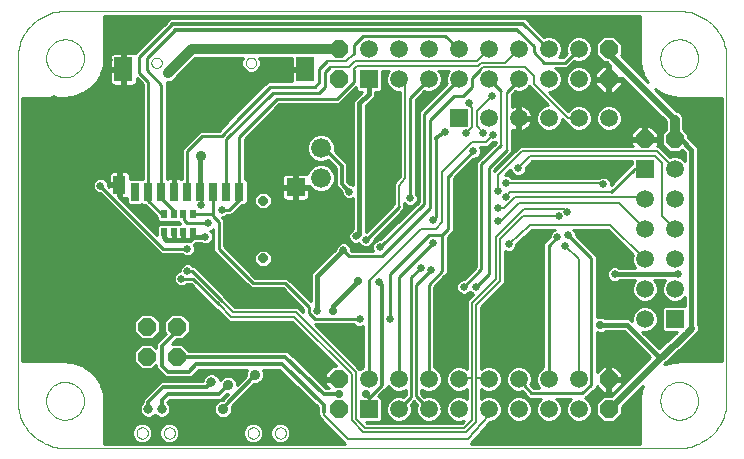
<source format=gbl>
G75*
%MOIN*%
%OFA0B0*%
%FSLAX24Y24*%
%IPPOS*%
%LPD*%
%AMOC8*
5,1,8,0,0,1.08239X$1,22.5*
%
%ADD10OC8,0.0600*%
%ADD11OC8,0.0320*%
%ADD12R,0.0591X0.0591*%
%ADD13C,0.0591*%
%ADD14C,0.0000*%
%ADD15C,0.0660*%
%ADD16OC8,0.0591*%
%ADD17R,0.0300X0.0600*%
%ADD18R,0.0400X0.0600*%
%ADD19R,0.0600X0.0800*%
%ADD20R,0.0600X0.0600*%
%ADD21R,0.0200X0.0300*%
%ADD22C,0.0280*%
%ADD23C,0.0160*%
%ADD24C,0.0240*%
%ADD25C,0.0317*%
%ADD26C,0.0320*%
%ADD27C,0.0356*%
%ADD28C,0.0120*%
%ADD29C,0.0250*%
%ADD30C,0.0100*%
%ADD31C,0.0320*%
%ADD32C,0.0080*%
%ADD33C,0.0090*%
%ADD34C,0.0277*%
D10*
X015087Y004716D03*
X015087Y005716D03*
X024087Y005716D03*
X024088Y004718D03*
X025287Y013716D03*
X026287Y013716D03*
X024087Y015716D03*
X024087Y016716D03*
X015087Y016716D03*
X015087Y015716D03*
D11*
X012556Y011660D03*
X012556Y009738D03*
D12*
X019087Y014416D03*
X016087Y015716D03*
X025287Y012716D03*
X026287Y007716D03*
X016087Y004716D03*
D13*
X017087Y004716D03*
X018087Y004716D03*
X019087Y004716D03*
X020087Y004716D03*
X021087Y004716D03*
X022087Y004716D03*
X023087Y004716D03*
X023087Y005716D03*
X022087Y005716D03*
X021087Y005716D03*
X020087Y005716D03*
X019087Y005716D03*
X018087Y005716D03*
X017087Y005716D03*
X016087Y005716D03*
X025287Y007716D03*
X025287Y008716D03*
X026287Y008716D03*
X026287Y009716D03*
X025287Y009716D03*
X025287Y010716D03*
X026287Y010716D03*
X026287Y011716D03*
X025287Y011716D03*
X026287Y012716D03*
X024087Y014416D03*
X023087Y014416D03*
X022087Y014416D03*
X021087Y014416D03*
X020087Y014416D03*
X020087Y015716D03*
X019087Y015716D03*
X018087Y015716D03*
X017087Y015716D03*
X017087Y016716D03*
X018087Y016716D03*
X019087Y016716D03*
X020087Y016716D03*
X021087Y016716D03*
X022087Y016716D03*
X023087Y016716D03*
X023087Y015716D03*
X022087Y015716D03*
X021087Y015716D03*
X016087Y016716D03*
D14*
X005961Y003416D02*
X026434Y003416D01*
X025804Y004990D02*
X025806Y005040D01*
X025812Y005090D01*
X025822Y005139D01*
X025836Y005187D01*
X025853Y005234D01*
X025874Y005279D01*
X025899Y005323D01*
X025927Y005364D01*
X025959Y005403D01*
X025993Y005440D01*
X026030Y005474D01*
X026070Y005504D01*
X026112Y005531D01*
X026156Y005555D01*
X026202Y005576D01*
X026249Y005592D01*
X026297Y005605D01*
X026347Y005614D01*
X026396Y005619D01*
X026447Y005620D01*
X026497Y005617D01*
X026546Y005610D01*
X026595Y005599D01*
X026643Y005584D01*
X026689Y005566D01*
X026734Y005544D01*
X026777Y005518D01*
X026818Y005489D01*
X026857Y005457D01*
X026893Y005422D01*
X026925Y005384D01*
X026955Y005344D01*
X026982Y005301D01*
X027005Y005257D01*
X027024Y005211D01*
X027040Y005163D01*
X027052Y005114D01*
X027060Y005065D01*
X027064Y005015D01*
X027064Y004965D01*
X027060Y004915D01*
X027052Y004866D01*
X027040Y004817D01*
X027024Y004769D01*
X027005Y004723D01*
X026982Y004679D01*
X026955Y004636D01*
X026925Y004596D01*
X026893Y004558D01*
X026857Y004523D01*
X026818Y004491D01*
X026777Y004462D01*
X026734Y004436D01*
X026689Y004414D01*
X026643Y004396D01*
X026595Y004381D01*
X026546Y004370D01*
X026497Y004363D01*
X026447Y004360D01*
X026396Y004361D01*
X026347Y004366D01*
X026297Y004375D01*
X026249Y004388D01*
X026202Y004404D01*
X026156Y004425D01*
X026112Y004449D01*
X026070Y004476D01*
X026030Y004506D01*
X025993Y004540D01*
X025959Y004577D01*
X025927Y004616D01*
X025899Y004657D01*
X025874Y004701D01*
X025853Y004746D01*
X025836Y004793D01*
X025822Y004841D01*
X025812Y004890D01*
X025806Y004940D01*
X025804Y004990D01*
X026434Y003415D02*
X026511Y003417D01*
X026588Y003423D01*
X026665Y003432D01*
X026741Y003445D01*
X026817Y003462D01*
X026891Y003483D01*
X026965Y003507D01*
X027037Y003535D01*
X027107Y003566D01*
X027176Y003601D01*
X027244Y003639D01*
X027309Y003680D01*
X027372Y003725D01*
X027433Y003773D01*
X027492Y003823D01*
X027548Y003876D01*
X027601Y003932D01*
X027651Y003991D01*
X027699Y004052D01*
X027744Y004115D01*
X027785Y004180D01*
X027823Y004248D01*
X027858Y004317D01*
X027889Y004387D01*
X027917Y004459D01*
X027941Y004533D01*
X027962Y004607D01*
X027979Y004683D01*
X027992Y004759D01*
X028001Y004836D01*
X028007Y004913D01*
X028009Y004990D01*
X028009Y016408D01*
X025804Y016408D02*
X025806Y016458D01*
X025812Y016508D01*
X025822Y016557D01*
X025836Y016605D01*
X025853Y016652D01*
X025874Y016697D01*
X025899Y016741D01*
X025927Y016782D01*
X025959Y016821D01*
X025993Y016858D01*
X026030Y016892D01*
X026070Y016922D01*
X026112Y016949D01*
X026156Y016973D01*
X026202Y016994D01*
X026249Y017010D01*
X026297Y017023D01*
X026347Y017032D01*
X026396Y017037D01*
X026447Y017038D01*
X026497Y017035D01*
X026546Y017028D01*
X026595Y017017D01*
X026643Y017002D01*
X026689Y016984D01*
X026734Y016962D01*
X026777Y016936D01*
X026818Y016907D01*
X026857Y016875D01*
X026893Y016840D01*
X026925Y016802D01*
X026955Y016762D01*
X026982Y016719D01*
X027005Y016675D01*
X027024Y016629D01*
X027040Y016581D01*
X027052Y016532D01*
X027060Y016483D01*
X027064Y016433D01*
X027064Y016383D01*
X027060Y016333D01*
X027052Y016284D01*
X027040Y016235D01*
X027024Y016187D01*
X027005Y016141D01*
X026982Y016097D01*
X026955Y016054D01*
X026925Y016014D01*
X026893Y015976D01*
X026857Y015941D01*
X026818Y015909D01*
X026777Y015880D01*
X026734Y015854D01*
X026689Y015832D01*
X026643Y015814D01*
X026595Y015799D01*
X026546Y015788D01*
X026497Y015781D01*
X026447Y015778D01*
X026396Y015779D01*
X026347Y015784D01*
X026297Y015793D01*
X026249Y015806D01*
X026202Y015822D01*
X026156Y015843D01*
X026112Y015867D01*
X026070Y015894D01*
X026030Y015924D01*
X025993Y015958D01*
X025959Y015995D01*
X025927Y016034D01*
X025899Y016075D01*
X025874Y016119D01*
X025853Y016164D01*
X025836Y016211D01*
X025822Y016259D01*
X025812Y016308D01*
X025806Y016358D01*
X025804Y016408D01*
X026434Y017983D02*
X026511Y017981D01*
X026588Y017975D01*
X026665Y017966D01*
X026741Y017953D01*
X026817Y017936D01*
X026891Y017915D01*
X026965Y017891D01*
X027037Y017863D01*
X027107Y017832D01*
X027176Y017797D01*
X027244Y017759D01*
X027309Y017718D01*
X027372Y017673D01*
X027433Y017625D01*
X027492Y017575D01*
X027548Y017522D01*
X027601Y017466D01*
X027651Y017407D01*
X027699Y017346D01*
X027744Y017283D01*
X027785Y017218D01*
X027823Y017150D01*
X027858Y017081D01*
X027889Y017011D01*
X027917Y016939D01*
X027941Y016865D01*
X027962Y016791D01*
X027979Y016715D01*
X027992Y016639D01*
X028001Y016562D01*
X028007Y016485D01*
X028009Y016408D01*
X028007Y016485D01*
X028001Y016562D01*
X027992Y016639D01*
X027979Y016715D01*
X027962Y016791D01*
X027941Y016865D01*
X027917Y016939D01*
X027889Y017011D01*
X027858Y017081D01*
X027823Y017150D01*
X027785Y017218D01*
X027744Y017283D01*
X027699Y017346D01*
X027651Y017407D01*
X027601Y017466D01*
X027548Y017522D01*
X027492Y017575D01*
X027433Y017625D01*
X027372Y017673D01*
X027309Y017718D01*
X027244Y017759D01*
X027176Y017797D01*
X027107Y017832D01*
X027037Y017863D01*
X026965Y017891D01*
X026891Y017915D01*
X026817Y017936D01*
X026741Y017953D01*
X026665Y017966D01*
X026588Y017975D01*
X026511Y017981D01*
X026434Y017983D01*
X005961Y017983D01*
X005331Y016408D02*
X005333Y016458D01*
X005339Y016508D01*
X005349Y016557D01*
X005363Y016605D01*
X005380Y016652D01*
X005401Y016697D01*
X005426Y016741D01*
X005454Y016782D01*
X005486Y016821D01*
X005520Y016858D01*
X005557Y016892D01*
X005597Y016922D01*
X005639Y016949D01*
X005683Y016973D01*
X005729Y016994D01*
X005776Y017010D01*
X005824Y017023D01*
X005874Y017032D01*
X005923Y017037D01*
X005974Y017038D01*
X006024Y017035D01*
X006073Y017028D01*
X006122Y017017D01*
X006170Y017002D01*
X006216Y016984D01*
X006261Y016962D01*
X006304Y016936D01*
X006345Y016907D01*
X006384Y016875D01*
X006420Y016840D01*
X006452Y016802D01*
X006482Y016762D01*
X006509Y016719D01*
X006532Y016675D01*
X006551Y016629D01*
X006567Y016581D01*
X006579Y016532D01*
X006587Y016483D01*
X006591Y016433D01*
X006591Y016383D01*
X006587Y016333D01*
X006579Y016284D01*
X006567Y016235D01*
X006551Y016187D01*
X006532Y016141D01*
X006509Y016097D01*
X006482Y016054D01*
X006452Y016014D01*
X006420Y015976D01*
X006384Y015941D01*
X006345Y015909D01*
X006304Y015880D01*
X006261Y015854D01*
X006216Y015832D01*
X006170Y015814D01*
X006122Y015799D01*
X006073Y015788D01*
X006024Y015781D01*
X005974Y015778D01*
X005923Y015779D01*
X005874Y015784D01*
X005824Y015793D01*
X005776Y015806D01*
X005729Y015822D01*
X005683Y015843D01*
X005639Y015867D01*
X005597Y015894D01*
X005557Y015924D01*
X005520Y015958D01*
X005486Y015995D01*
X005454Y016034D01*
X005426Y016075D01*
X005401Y016119D01*
X005380Y016164D01*
X005363Y016211D01*
X005349Y016259D01*
X005339Y016308D01*
X005333Y016358D01*
X005331Y016408D01*
X004386Y016408D02*
X004388Y016485D01*
X004394Y016562D01*
X004403Y016639D01*
X004416Y016715D01*
X004433Y016791D01*
X004454Y016865D01*
X004478Y016939D01*
X004506Y017011D01*
X004537Y017081D01*
X004572Y017150D01*
X004610Y017218D01*
X004651Y017283D01*
X004696Y017346D01*
X004744Y017407D01*
X004794Y017466D01*
X004847Y017522D01*
X004903Y017575D01*
X004962Y017625D01*
X005023Y017673D01*
X005086Y017718D01*
X005151Y017759D01*
X005219Y017797D01*
X005288Y017832D01*
X005358Y017863D01*
X005430Y017891D01*
X005504Y017915D01*
X005578Y017936D01*
X005654Y017953D01*
X005730Y017966D01*
X005807Y017975D01*
X005884Y017981D01*
X005961Y017983D01*
X005884Y017981D01*
X005807Y017975D01*
X005730Y017966D01*
X005654Y017953D01*
X005578Y017936D01*
X005504Y017915D01*
X005430Y017891D01*
X005358Y017863D01*
X005288Y017832D01*
X005219Y017797D01*
X005151Y017759D01*
X005086Y017718D01*
X005023Y017673D01*
X004962Y017625D01*
X004903Y017575D01*
X004847Y017522D01*
X004794Y017466D01*
X004744Y017407D01*
X004696Y017346D01*
X004651Y017283D01*
X004610Y017218D01*
X004572Y017150D01*
X004537Y017081D01*
X004506Y017011D01*
X004478Y016939D01*
X004454Y016865D01*
X004433Y016791D01*
X004416Y016715D01*
X004403Y016639D01*
X004394Y016562D01*
X004388Y016485D01*
X004386Y016408D01*
X004387Y016408D02*
X004387Y004990D01*
X005331Y004990D02*
X005333Y005040D01*
X005339Y005090D01*
X005349Y005139D01*
X005363Y005187D01*
X005380Y005234D01*
X005401Y005279D01*
X005426Y005323D01*
X005454Y005364D01*
X005486Y005403D01*
X005520Y005440D01*
X005557Y005474D01*
X005597Y005504D01*
X005639Y005531D01*
X005683Y005555D01*
X005729Y005576D01*
X005776Y005592D01*
X005824Y005605D01*
X005874Y005614D01*
X005923Y005619D01*
X005974Y005620D01*
X006024Y005617D01*
X006073Y005610D01*
X006122Y005599D01*
X006170Y005584D01*
X006216Y005566D01*
X006261Y005544D01*
X006304Y005518D01*
X006345Y005489D01*
X006384Y005457D01*
X006420Y005422D01*
X006452Y005384D01*
X006482Y005344D01*
X006509Y005301D01*
X006532Y005257D01*
X006551Y005211D01*
X006567Y005163D01*
X006579Y005114D01*
X006587Y005065D01*
X006591Y005015D01*
X006591Y004965D01*
X006587Y004915D01*
X006579Y004866D01*
X006567Y004817D01*
X006551Y004769D01*
X006532Y004723D01*
X006509Y004679D01*
X006482Y004636D01*
X006452Y004596D01*
X006420Y004558D01*
X006384Y004523D01*
X006345Y004491D01*
X006304Y004462D01*
X006261Y004436D01*
X006216Y004414D01*
X006170Y004396D01*
X006122Y004381D01*
X006073Y004370D01*
X006024Y004363D01*
X005974Y004360D01*
X005923Y004361D01*
X005874Y004366D01*
X005824Y004375D01*
X005776Y004388D01*
X005729Y004404D01*
X005683Y004425D01*
X005639Y004449D01*
X005597Y004476D01*
X005557Y004506D01*
X005520Y004540D01*
X005486Y004577D01*
X005454Y004616D01*
X005426Y004657D01*
X005401Y004701D01*
X005380Y004746D01*
X005363Y004793D01*
X005349Y004841D01*
X005339Y004890D01*
X005333Y004940D01*
X005331Y004990D01*
X004386Y004990D02*
X004388Y004913D01*
X004394Y004836D01*
X004403Y004759D01*
X004416Y004683D01*
X004433Y004607D01*
X004454Y004533D01*
X004478Y004459D01*
X004506Y004387D01*
X004537Y004317D01*
X004572Y004248D01*
X004610Y004180D01*
X004651Y004115D01*
X004696Y004052D01*
X004744Y003991D01*
X004794Y003932D01*
X004847Y003876D01*
X004903Y003823D01*
X004962Y003773D01*
X005023Y003725D01*
X005086Y003680D01*
X005151Y003639D01*
X005219Y003601D01*
X005288Y003566D01*
X005358Y003535D01*
X005430Y003507D01*
X005504Y003483D01*
X005578Y003462D01*
X005654Y003445D01*
X005730Y003432D01*
X005807Y003423D01*
X005884Y003417D01*
X005961Y003415D01*
X005884Y003417D01*
X005807Y003423D01*
X005730Y003432D01*
X005654Y003445D01*
X005578Y003462D01*
X005504Y003483D01*
X005430Y003507D01*
X005358Y003535D01*
X005288Y003566D01*
X005219Y003601D01*
X005151Y003639D01*
X005086Y003680D01*
X005023Y003725D01*
X004962Y003773D01*
X004903Y003823D01*
X004847Y003876D01*
X004794Y003932D01*
X004744Y003991D01*
X004696Y004052D01*
X004651Y004115D01*
X004610Y004180D01*
X004572Y004248D01*
X004537Y004317D01*
X004506Y004387D01*
X004478Y004459D01*
X004454Y004533D01*
X004433Y004607D01*
X004416Y004683D01*
X004403Y004759D01*
X004394Y004836D01*
X004388Y004913D01*
X004386Y004990D01*
X008347Y003916D02*
X008349Y003943D01*
X008355Y003969D01*
X008364Y003994D01*
X008377Y004017D01*
X008393Y004038D01*
X008412Y004057D01*
X008433Y004073D01*
X008456Y004086D01*
X008481Y004095D01*
X008507Y004101D01*
X008534Y004103D01*
X008561Y004101D01*
X008587Y004095D01*
X008612Y004086D01*
X008635Y004073D01*
X008656Y004057D01*
X008675Y004038D01*
X008691Y004017D01*
X008704Y003994D01*
X008713Y003969D01*
X008719Y003943D01*
X008721Y003916D01*
X008719Y003889D01*
X008713Y003863D01*
X008704Y003838D01*
X008691Y003815D01*
X008675Y003794D01*
X008656Y003775D01*
X008635Y003759D01*
X008612Y003746D01*
X008587Y003737D01*
X008561Y003731D01*
X008534Y003729D01*
X008507Y003731D01*
X008481Y003737D01*
X008456Y003746D01*
X008433Y003759D01*
X008412Y003775D01*
X008393Y003794D01*
X008377Y003815D01*
X008364Y003838D01*
X008355Y003863D01*
X008349Y003889D01*
X008347Y003916D01*
X009252Y003916D02*
X009254Y003943D01*
X009260Y003969D01*
X009269Y003994D01*
X009282Y004017D01*
X009298Y004038D01*
X009317Y004057D01*
X009338Y004073D01*
X009361Y004086D01*
X009386Y004095D01*
X009412Y004101D01*
X009439Y004103D01*
X009466Y004101D01*
X009492Y004095D01*
X009517Y004086D01*
X009540Y004073D01*
X009561Y004057D01*
X009580Y004038D01*
X009596Y004017D01*
X009609Y003994D01*
X009618Y003969D01*
X009624Y003943D01*
X009626Y003916D01*
X009624Y003889D01*
X009618Y003863D01*
X009609Y003838D01*
X009596Y003815D01*
X009580Y003794D01*
X009561Y003775D01*
X009540Y003759D01*
X009517Y003746D01*
X009492Y003737D01*
X009466Y003731D01*
X009439Y003729D01*
X009412Y003731D01*
X009386Y003737D01*
X009361Y003746D01*
X009338Y003759D01*
X009317Y003775D01*
X009298Y003794D01*
X009282Y003815D01*
X009269Y003838D01*
X009260Y003863D01*
X009254Y003889D01*
X009252Y003916D01*
X012047Y003916D02*
X012049Y003943D01*
X012055Y003969D01*
X012064Y003994D01*
X012077Y004017D01*
X012093Y004038D01*
X012112Y004057D01*
X012133Y004073D01*
X012156Y004086D01*
X012181Y004095D01*
X012207Y004101D01*
X012234Y004103D01*
X012261Y004101D01*
X012287Y004095D01*
X012312Y004086D01*
X012335Y004073D01*
X012356Y004057D01*
X012375Y004038D01*
X012391Y004017D01*
X012404Y003994D01*
X012413Y003969D01*
X012419Y003943D01*
X012421Y003916D01*
X012419Y003889D01*
X012413Y003863D01*
X012404Y003838D01*
X012391Y003815D01*
X012375Y003794D01*
X012356Y003775D01*
X012335Y003759D01*
X012312Y003746D01*
X012287Y003737D01*
X012261Y003731D01*
X012234Y003729D01*
X012207Y003731D01*
X012181Y003737D01*
X012156Y003746D01*
X012133Y003759D01*
X012112Y003775D01*
X012093Y003794D01*
X012077Y003815D01*
X012064Y003838D01*
X012055Y003863D01*
X012049Y003889D01*
X012047Y003916D01*
X012952Y003916D02*
X012954Y003943D01*
X012960Y003969D01*
X012969Y003994D01*
X012982Y004017D01*
X012998Y004038D01*
X013017Y004057D01*
X013038Y004073D01*
X013061Y004086D01*
X013086Y004095D01*
X013112Y004101D01*
X013139Y004103D01*
X013166Y004101D01*
X013192Y004095D01*
X013217Y004086D01*
X013240Y004073D01*
X013261Y004057D01*
X013280Y004038D01*
X013296Y004017D01*
X013309Y003994D01*
X013318Y003969D01*
X013324Y003943D01*
X013326Y003916D01*
X013324Y003889D01*
X013318Y003863D01*
X013309Y003838D01*
X013296Y003815D01*
X013280Y003794D01*
X013261Y003775D01*
X013240Y003759D01*
X013217Y003746D01*
X013192Y003737D01*
X013166Y003731D01*
X013139Y003729D01*
X013112Y003731D01*
X013086Y003737D01*
X013061Y003746D01*
X013038Y003759D01*
X013017Y003775D01*
X012998Y003794D01*
X012982Y003815D01*
X012969Y003838D01*
X012960Y003863D01*
X012954Y003889D01*
X012952Y003916D01*
X026434Y003415D02*
X026511Y003417D01*
X026588Y003423D01*
X026665Y003432D01*
X026741Y003445D01*
X026817Y003462D01*
X026891Y003483D01*
X026965Y003507D01*
X027037Y003535D01*
X027107Y003566D01*
X027176Y003601D01*
X027244Y003639D01*
X027309Y003680D01*
X027372Y003725D01*
X027433Y003773D01*
X027492Y003823D01*
X027548Y003876D01*
X027601Y003932D01*
X027651Y003991D01*
X027699Y004052D01*
X027744Y004115D01*
X027785Y004180D01*
X027823Y004248D01*
X027858Y004317D01*
X027889Y004387D01*
X027917Y004459D01*
X027941Y004533D01*
X027962Y004607D01*
X027979Y004683D01*
X027992Y004759D01*
X028001Y004836D01*
X028007Y004913D01*
X028009Y004990D01*
X011988Y016253D02*
X011990Y016279D01*
X011996Y016305D01*
X012005Y016329D01*
X012018Y016352D01*
X012035Y016372D01*
X012054Y016390D01*
X012076Y016405D01*
X012099Y016416D01*
X012124Y016424D01*
X012150Y016428D01*
X012176Y016428D01*
X012202Y016424D01*
X012227Y016416D01*
X012251Y016405D01*
X012272Y016390D01*
X012291Y016372D01*
X012308Y016352D01*
X012321Y016329D01*
X012330Y016305D01*
X012336Y016279D01*
X012338Y016253D01*
X012336Y016227D01*
X012330Y016201D01*
X012321Y016177D01*
X012308Y016154D01*
X012291Y016134D01*
X012272Y016116D01*
X012250Y016101D01*
X012227Y016090D01*
X012202Y016082D01*
X012176Y016078D01*
X012150Y016078D01*
X012124Y016082D01*
X012099Y016090D01*
X012075Y016101D01*
X012054Y016116D01*
X012035Y016134D01*
X012018Y016154D01*
X012005Y016177D01*
X011996Y016201D01*
X011990Y016227D01*
X011988Y016253D01*
X008838Y016253D02*
X008840Y016279D01*
X008846Y016305D01*
X008855Y016329D01*
X008868Y016352D01*
X008885Y016372D01*
X008904Y016390D01*
X008926Y016405D01*
X008949Y016416D01*
X008974Y016424D01*
X009000Y016428D01*
X009026Y016428D01*
X009052Y016424D01*
X009077Y016416D01*
X009101Y016405D01*
X009122Y016390D01*
X009141Y016372D01*
X009158Y016352D01*
X009171Y016329D01*
X009180Y016305D01*
X009186Y016279D01*
X009188Y016253D01*
X009186Y016227D01*
X009180Y016201D01*
X009171Y016177D01*
X009158Y016154D01*
X009141Y016134D01*
X009122Y016116D01*
X009100Y016101D01*
X009077Y016090D01*
X009052Y016082D01*
X009026Y016078D01*
X009000Y016078D01*
X008974Y016082D01*
X008949Y016090D01*
X008925Y016101D01*
X008904Y016116D01*
X008885Y016134D01*
X008868Y016154D01*
X008855Y016177D01*
X008846Y016201D01*
X008840Y016227D01*
X008838Y016253D01*
D15*
X014487Y013416D03*
X014487Y012416D03*
D16*
X009687Y007466D03*
X008687Y007466D03*
X008687Y006466D03*
X009687Y006466D03*
D17*
X009604Y011962D03*
X010037Y011962D03*
X010470Y011962D03*
X010903Y011962D03*
X011336Y011962D03*
X011769Y011962D03*
X009170Y011962D03*
X008737Y011962D03*
X008304Y011962D03*
D18*
X007774Y012198D03*
D19*
X007911Y016046D03*
X013974Y016046D03*
D20*
X013651Y012116D03*
D21*
X010212Y011216D03*
X009887Y011216D03*
X009587Y011216D03*
X009262Y011216D03*
X009262Y010616D03*
X009587Y010616D03*
X009887Y010616D03*
X010212Y010616D03*
D22*
X014898Y007998D03*
X015717Y008986D03*
X023801Y007524D03*
D23*
X024679Y007524D01*
X025787Y006416D01*
X026837Y007416D02*
X026837Y013366D01*
X026487Y013716D01*
X026287Y013716D01*
X026387Y009216D02*
X024287Y009216D01*
X017468Y011737D02*
X017457Y011737D01*
X015775Y010551D02*
X015666Y010470D01*
X015775Y010551D02*
X015775Y014907D01*
X016087Y015218D01*
X016087Y015716D01*
X017937Y015566D02*
X018087Y015716D01*
X010487Y013166D02*
X010470Y013149D01*
X010470Y011962D01*
X009604Y011962D02*
X009604Y013016D01*
X009587Y013016D01*
X009587Y010616D02*
X009587Y010416D01*
X009587Y010366D01*
X009837Y010366D01*
X009887Y010416D01*
X009887Y010616D01*
X009887Y010366D01*
X010137Y010366D01*
X010187Y010416D01*
X010237Y010466D01*
X010637Y010466D01*
X010212Y010616D02*
X010187Y010591D01*
X010187Y010416D01*
X009587Y010416D02*
X009537Y010366D01*
X009337Y010366D01*
X009262Y010441D01*
X009262Y010616D01*
X014356Y009137D02*
X014356Y007998D01*
X014898Y007998D02*
X014898Y008167D01*
X015717Y008986D01*
X015235Y010016D02*
X014356Y009137D01*
D24*
X024088Y004718D02*
X024089Y004718D01*
X025787Y006416D01*
X026687Y007266D01*
X026837Y007416D01*
X026287Y014366D02*
X024087Y016566D01*
D25*
X010837Y005616D03*
X009187Y004716D03*
X008737Y004716D03*
D26*
X009387Y015916D02*
X010187Y016716D01*
X015087Y016716D01*
X024087Y016716D02*
X024087Y016566D01*
X026287Y014366D02*
X026287Y013716D01*
D27*
X019168Y010868D03*
X019168Y010118D03*
X012287Y005866D03*
X011387Y005516D03*
X011237Y004716D03*
X006387Y007696D03*
X006387Y011916D03*
X009587Y013016D03*
X010487Y013166D03*
X009387Y015916D03*
D28*
X009637Y017366D02*
X021037Y017366D01*
X021237Y017566D02*
X009537Y017566D01*
X014487Y013416D02*
X014587Y013416D01*
X015187Y012816D01*
X015187Y012216D01*
X015437Y011966D01*
X018317Y013726D02*
X018317Y013759D01*
X018618Y013961D01*
X016431Y008946D02*
X016531Y008846D01*
X016531Y005527D01*
X015987Y005216D02*
X015954Y005216D01*
X016087Y005083D01*
X015087Y005216D02*
X014587Y005216D01*
X013287Y006466D01*
X009687Y006466D01*
X009637Y006466D01*
X009187Y006166D02*
X009387Y005966D01*
X010087Y005966D01*
X010337Y006216D01*
X013187Y006216D01*
X014587Y004866D01*
X014587Y004616D01*
X012287Y005866D02*
X011237Y004766D01*
X011237Y004716D01*
X011087Y005216D02*
X011387Y005516D01*
X011087Y005216D02*
X009387Y005216D01*
X009187Y005016D01*
X009187Y004716D01*
X008737Y004716D02*
X008737Y004966D01*
X009237Y005466D01*
X010687Y005466D01*
X010837Y005616D01*
X009187Y006166D02*
X009187Y006816D01*
X009687Y007316D01*
X009687Y007466D01*
D29*
X009837Y009066D03*
X010037Y009316D03*
X010037Y010066D03*
X010637Y010466D03*
X010737Y010916D03*
X011187Y011366D03*
X010487Y011516D03*
X007137Y012166D03*
X014356Y007998D03*
X015787Y007716D03*
X016787Y007716D03*
X016431Y008946D03*
X017815Y009421D03*
X018160Y009363D03*
X018219Y010240D03*
X018220Y011030D03*
X017457Y011737D03*
X015437Y011966D03*
X015666Y010470D03*
X015991Y010357D03*
X016457Y010117D03*
X015235Y010016D03*
X019256Y008786D03*
X019661Y008786D03*
X020755Y010216D03*
X020382Y010974D03*
X020382Y011420D03*
X020646Y011794D03*
X020382Y011991D03*
X020646Y012254D03*
X021064Y012736D03*
X020242Y013866D03*
X019907Y013926D03*
X019337Y013916D03*
X018618Y013961D03*
X019571Y013316D03*
X019437Y014916D03*
X020187Y015166D03*
X023906Y012206D03*
X022707Y011275D03*
X022417Y011146D03*
X022730Y010509D03*
X022378Y010455D03*
X022641Y010161D03*
X023482Y010569D03*
X023987Y009516D03*
X024287Y009216D03*
X023887Y008116D03*
X024157Y007206D03*
X026387Y009216D03*
X018587Y006016D03*
X018587Y004716D03*
D30*
X018661Y004696D02*
X018512Y004696D01*
X018512Y004631D02*
X018512Y004800D01*
X018447Y004957D01*
X018328Y005076D01*
X018171Y005141D01*
X018002Y005141D01*
X017936Y005114D01*
X017834Y005216D01*
X017834Y005367D01*
X017846Y005355D01*
X018002Y005290D01*
X018171Y005290D01*
X018328Y005355D01*
X018447Y005475D01*
X018512Y005631D01*
X018512Y005800D01*
X018447Y005957D01*
X018328Y006076D01*
X018267Y006101D01*
X018267Y008791D01*
X018611Y009136D01*
X018717Y009241D01*
X018717Y010441D01*
X018817Y010542D01*
X018820Y010542D01*
X018870Y010594D01*
X018921Y010645D01*
X018921Y010648D01*
X018923Y010650D01*
X018921Y010722D01*
X018921Y010794D01*
X018919Y010796D01*
X018917Y010868D01*
X018917Y012408D01*
X019570Y013061D01*
X019621Y013061D01*
X019715Y013100D01*
X019787Y013172D01*
X019826Y013265D01*
X019826Y013367D01*
X019793Y013446D01*
X020061Y013446D01*
X020227Y013611D01*
X020292Y013611D01*
X020317Y013621D01*
X020317Y013600D01*
X019662Y012946D01*
X019662Y009446D01*
X019257Y009041D01*
X019206Y009041D01*
X019112Y009002D01*
X019040Y008930D01*
X019001Y008836D01*
X019001Y008735D01*
X019040Y008641D01*
X019112Y008569D01*
X019206Y008531D01*
X019307Y008531D01*
X019401Y008569D01*
X019459Y008627D01*
X019516Y008569D01*
X019576Y008545D01*
X019347Y008315D01*
X019347Y006057D01*
X019328Y006076D01*
X019171Y006141D01*
X019002Y006141D01*
X018846Y006076D01*
X018726Y005957D01*
X018661Y005800D01*
X018661Y005631D01*
X018726Y005475D01*
X018846Y005355D01*
X019002Y005290D01*
X019171Y005290D01*
X019328Y005355D01*
X019347Y005374D01*
X019347Y005057D01*
X019328Y005076D01*
X019171Y005141D01*
X019002Y005141D01*
X018846Y005076D01*
X018726Y004957D01*
X018661Y004800D01*
X018661Y004631D01*
X018726Y004475D01*
X018846Y004355D01*
X019002Y004290D01*
X019171Y004290D01*
X019258Y004326D01*
X019187Y004256D01*
X016036Y004256D01*
X016001Y004290D01*
X016436Y004290D01*
X016512Y004366D01*
X016512Y005065D01*
X016436Y005141D01*
X016399Y005141D01*
X016595Y005337D01*
X016609Y005337D01*
X016721Y005448D01*
X016721Y005488D01*
X016726Y005475D01*
X016846Y005355D01*
X017002Y005290D01*
X017171Y005290D01*
X017328Y005355D01*
X017329Y005357D01*
X017329Y005206D01*
X017237Y005114D01*
X017171Y005141D01*
X017002Y005141D01*
X016846Y005076D01*
X016726Y004957D01*
X016661Y004800D01*
X016661Y004631D01*
X016726Y004475D01*
X016846Y004355D01*
X017002Y004290D01*
X017171Y004290D01*
X017328Y004355D01*
X017447Y004475D01*
X017512Y004631D01*
X017512Y004800D01*
X017485Y004866D01*
X017577Y004958D01*
X017587Y004968D01*
X017689Y004866D01*
X017661Y004800D01*
X017661Y004631D01*
X017726Y004475D01*
X017846Y004355D01*
X018002Y004290D01*
X018171Y004290D01*
X018328Y004355D01*
X018447Y004475D01*
X018512Y004631D01*
X018498Y004598D02*
X018675Y004598D01*
X018716Y004499D02*
X018457Y004499D01*
X018373Y004401D02*
X018800Y004401D01*
X018974Y004302D02*
X018200Y004302D01*
X017974Y004302D02*
X017200Y004302D01*
X017373Y004401D02*
X017800Y004401D01*
X017716Y004499D02*
X017457Y004499D01*
X017498Y004598D02*
X017675Y004598D01*
X017661Y004696D02*
X017512Y004696D01*
X017512Y004795D02*
X017661Y004795D01*
X017662Y004893D02*
X017512Y004893D01*
X017312Y005189D02*
X016447Y005189D01*
X016487Y005090D02*
X016879Y005090D01*
X016761Y004992D02*
X016512Y004992D01*
X016512Y004893D02*
X016700Y004893D01*
X016661Y004795D02*
X016512Y004795D01*
X016512Y004696D02*
X016661Y004696D01*
X016675Y004598D02*
X016512Y004598D01*
X016512Y004499D02*
X016716Y004499D01*
X016800Y004401D02*
X016512Y004401D01*
X016448Y004302D02*
X016974Y004302D01*
X016087Y004716D02*
X016087Y005083D01*
X016531Y005527D01*
X016658Y005386D02*
X016815Y005386D01*
X016721Y005484D02*
X016722Y005484D01*
X016545Y005287D02*
X017329Y005287D01*
X017834Y005287D02*
X019347Y005287D01*
X019347Y005189D02*
X017861Y005189D01*
X018294Y005090D02*
X018879Y005090D01*
X018761Y004992D02*
X018412Y004992D01*
X018473Y004893D02*
X018700Y004893D01*
X018661Y004795D02*
X018512Y004795D01*
X019294Y005090D02*
X019347Y005090D01*
X019827Y005090D02*
X019879Y005090D01*
X019846Y005076D02*
X019827Y005057D01*
X019827Y005374D01*
X019846Y005355D01*
X020002Y005290D01*
X020171Y005290D01*
X020328Y005355D01*
X020447Y005475D01*
X020512Y005631D01*
X020512Y005800D01*
X020447Y005957D01*
X020328Y006076D01*
X020171Y006141D01*
X020002Y006141D01*
X019846Y006076D01*
X019827Y006057D01*
X019827Y008116D01*
X020527Y008817D01*
X020627Y008916D01*
X020627Y009993D01*
X020704Y009961D01*
X020806Y009961D01*
X020899Y009999D01*
X020971Y010071D01*
X021010Y010165D01*
X021010Y010221D01*
X021520Y010696D01*
X022293Y010696D01*
X022234Y010671D01*
X022162Y010600D01*
X022123Y010506D01*
X022123Y010455D01*
X021907Y010238D01*
X021907Y006101D01*
X021846Y006076D01*
X021726Y005957D01*
X021661Y005800D01*
X021661Y005631D01*
X021726Y005475D01*
X021775Y005426D01*
X021587Y005426D01*
X021478Y005548D01*
X021512Y005631D01*
X021512Y005800D01*
X021447Y005957D01*
X021328Y006076D01*
X021171Y006141D01*
X021002Y006141D01*
X020846Y006076D01*
X020726Y005957D01*
X020661Y005800D01*
X020661Y005631D01*
X020726Y005475D01*
X020846Y005355D01*
X021002Y005290D01*
X021171Y005290D01*
X021211Y005307D01*
X021327Y005177D01*
X021327Y005171D01*
X021376Y005122D01*
X021422Y005070D01*
X021428Y005070D01*
X021432Y005066D01*
X021502Y005066D01*
X021571Y005062D01*
X021575Y005066D01*
X021835Y005066D01*
X021726Y004957D01*
X021661Y004800D01*
X021661Y004631D01*
X021726Y004475D01*
X021846Y004355D01*
X022002Y004290D01*
X022171Y004290D01*
X022328Y004355D01*
X022447Y004475D01*
X022512Y004631D01*
X022512Y004800D01*
X022447Y004957D01*
X022338Y005066D01*
X022835Y005066D01*
X022726Y004957D01*
X022661Y004800D01*
X022661Y004631D01*
X022726Y004475D01*
X022846Y004355D01*
X023002Y004290D01*
X023171Y004290D01*
X023328Y004355D01*
X023447Y004475D01*
X023512Y004631D01*
X023512Y004800D01*
X023447Y004957D01*
X023328Y005076D01*
X023293Y005091D01*
X023315Y005113D01*
X023575Y005332D01*
X023584Y005332D01*
X023631Y005379D01*
X023682Y005422D01*
X023683Y005431D01*
X023689Y005437D01*
X023689Y005477D01*
X023900Y005266D01*
X024037Y005266D01*
X024037Y005666D01*
X024137Y005666D01*
X024137Y005766D01*
X024037Y005766D01*
X024037Y006166D01*
X023900Y006166D01*
X023689Y005954D01*
X023689Y007278D01*
X023748Y007254D01*
X023855Y007254D01*
X023954Y007295D01*
X023973Y007314D01*
X024592Y007314D01*
X025461Y006444D01*
X024165Y005148D01*
X023910Y005148D01*
X023658Y004896D01*
X023658Y004540D01*
X023910Y004288D01*
X024266Y004288D01*
X024518Y004540D01*
X024518Y004793D01*
X025220Y005495D01*
X025223Y005486D01*
X025194Y005409D01*
X025185Y005403D01*
X025176Y005360D01*
X025160Y005318D01*
X025164Y005309D01*
X025147Y005228D01*
X025139Y005221D01*
X025136Y005177D01*
X025126Y005134D01*
X025132Y005125D01*
X025127Y005048D01*
X025123Y005044D01*
X025123Y004995D01*
X025119Y004946D01*
X025123Y004942D01*
X025123Y003566D01*
X019481Y003566D01*
X019511Y003599D01*
X019557Y003645D01*
X019557Y003652D01*
X020115Y004290D01*
X020171Y004290D01*
X020328Y004355D01*
X020447Y004475D01*
X020512Y004631D01*
X020512Y004800D01*
X020447Y004957D01*
X020328Y005076D01*
X020171Y005141D01*
X020002Y005141D01*
X019846Y005076D01*
X019827Y005189D02*
X021316Y005189D01*
X021294Y005090D02*
X021404Y005090D01*
X021328Y005076D02*
X021447Y004957D01*
X021512Y004800D01*
X021512Y004631D01*
X021447Y004475D01*
X021328Y004355D01*
X021171Y004290D01*
X021002Y004290D01*
X020846Y004355D01*
X020726Y004475D01*
X020661Y004631D01*
X020661Y004800D01*
X020726Y004957D01*
X020846Y005076D01*
X021002Y005141D01*
X021171Y005141D01*
X021328Y005076D01*
X021412Y004992D02*
X021761Y004992D01*
X021700Y004893D02*
X021473Y004893D01*
X021512Y004795D02*
X021661Y004795D01*
X021661Y004696D02*
X021512Y004696D01*
X021498Y004598D02*
X021675Y004598D01*
X021716Y004499D02*
X021457Y004499D01*
X021373Y004401D02*
X021800Y004401D01*
X021974Y004302D02*
X021200Y004302D01*
X020974Y004302D02*
X020200Y004302D01*
X020040Y004204D02*
X025123Y004204D01*
X025123Y004302D02*
X024280Y004302D01*
X024379Y004401D02*
X025123Y004401D01*
X025123Y004499D02*
X024477Y004499D01*
X024518Y004598D02*
X025123Y004598D01*
X025123Y004696D02*
X024518Y004696D01*
X024519Y004795D02*
X025123Y004795D01*
X025123Y004893D02*
X024618Y004893D01*
X024716Y004992D02*
X025123Y004992D01*
X025130Y005090D02*
X024815Y005090D01*
X024913Y005189D02*
X025137Y005189D01*
X025160Y005287D02*
X025012Y005287D01*
X025110Y005386D02*
X025181Y005386D01*
X025209Y005484D02*
X025222Y005484D01*
X024896Y005878D02*
X024537Y005878D01*
X024537Y005902D02*
X024273Y006166D01*
X024137Y006166D01*
X024137Y005766D01*
X024537Y005766D01*
X024537Y005902D01*
X024462Y005977D02*
X024994Y005977D01*
X025093Y006075D02*
X024364Y006075D01*
X024137Y006075D02*
X024037Y006075D01*
X024037Y005977D02*
X024137Y005977D01*
X024137Y005878D02*
X024037Y005878D01*
X024037Y005780D02*
X024137Y005780D01*
X024137Y005681D02*
X024699Y005681D01*
X024797Y005780D02*
X024537Y005780D01*
X024537Y005666D02*
X024137Y005666D01*
X024137Y005266D01*
X024273Y005266D01*
X024537Y005529D01*
X024537Y005666D01*
X024537Y005583D02*
X024600Y005583D01*
X024502Y005484D02*
X024492Y005484D01*
X024403Y005386D02*
X024393Y005386D01*
X024305Y005287D02*
X024295Y005287D01*
X024206Y005189D02*
X023405Y005189D01*
X023294Y005090D02*
X023852Y005090D01*
X023753Y004992D02*
X023412Y004992D01*
X023473Y004893D02*
X023658Y004893D01*
X023658Y004795D02*
X023512Y004795D01*
X023512Y004696D02*
X023658Y004696D01*
X023658Y004598D02*
X023498Y004598D01*
X023457Y004499D02*
X023699Y004499D01*
X023797Y004401D02*
X023373Y004401D01*
X023200Y004302D02*
X023896Y004302D01*
X022974Y004302D02*
X022200Y004302D01*
X022373Y004401D02*
X022800Y004401D01*
X022716Y004499D02*
X022457Y004499D01*
X022498Y004598D02*
X022675Y004598D01*
X022661Y004696D02*
X022512Y004696D01*
X022512Y004795D02*
X022661Y004795D01*
X022700Y004893D02*
X022473Y004893D01*
X022412Y004992D02*
X022761Y004992D01*
X023193Y005246D02*
X023509Y005512D01*
X023509Y009740D01*
X022730Y010509D01*
X022985Y010511D02*
X022985Y010560D01*
X022946Y010654D01*
X022905Y010696D01*
X024058Y010696D01*
X024888Y009865D01*
X024861Y009800D01*
X024861Y009631D01*
X024926Y009475D01*
X024975Y009426D01*
X024437Y009426D01*
X024431Y009432D01*
X024337Y009471D01*
X024236Y009471D01*
X024142Y009432D01*
X024070Y009360D01*
X024032Y009266D01*
X024032Y009165D01*
X024070Y009071D01*
X024142Y008999D01*
X024236Y008961D01*
X024337Y008961D01*
X024431Y008999D01*
X024437Y009006D01*
X024975Y009006D01*
X024926Y008957D01*
X024861Y008800D01*
X024861Y008631D01*
X024926Y008475D01*
X025046Y008355D01*
X025202Y008290D01*
X025371Y008290D01*
X025528Y008355D01*
X025647Y008475D01*
X025712Y008631D01*
X025712Y008800D01*
X025647Y008957D01*
X025598Y009006D01*
X025975Y009006D01*
X025926Y008957D01*
X025861Y008800D01*
X025861Y008631D01*
X025926Y008475D01*
X026046Y008355D01*
X026202Y008290D01*
X026371Y008290D01*
X026528Y008355D01*
X026627Y008454D01*
X026627Y008141D01*
X025937Y008141D01*
X025861Y008065D01*
X025861Y007366D01*
X025937Y007290D01*
X026349Y007290D01*
X025763Y006737D01*
X025209Y007290D01*
X025371Y007290D01*
X025528Y007355D01*
X025647Y007475D01*
X025712Y007631D01*
X025712Y007800D01*
X025647Y007957D01*
X025528Y008076D01*
X025371Y008141D01*
X025202Y008141D01*
X025046Y008076D01*
X024926Y007957D01*
X024861Y007800D01*
X024861Y007638D01*
X024766Y007734D01*
X023973Y007734D01*
X023954Y007753D01*
X023855Y007794D01*
X023748Y007794D01*
X023689Y007769D01*
X023689Y009667D01*
X023690Y009667D01*
X023689Y009741D01*
X023689Y009815D01*
X023689Y009815D01*
X023689Y009816D01*
X023636Y009868D01*
X023584Y009920D01*
X023583Y009920D01*
X022985Y010511D01*
X022988Y010508D02*
X024246Y010508D01*
X024148Y010606D02*
X022966Y010606D01*
X023088Y010409D02*
X024345Y010409D01*
X024443Y010311D02*
X023188Y010311D01*
X023287Y010212D02*
X024542Y010212D01*
X024640Y010114D02*
X023387Y010114D01*
X023487Y010015D02*
X024739Y010015D01*
X024837Y009917D02*
X023587Y009917D01*
X023687Y009818D02*
X024869Y009818D01*
X024861Y009720D02*
X023689Y009720D01*
X023689Y009621D02*
X024865Y009621D01*
X024906Y009523D02*
X023689Y009523D01*
X023689Y009424D02*
X024135Y009424D01*
X024056Y009326D02*
X023689Y009326D01*
X023689Y009227D02*
X024032Y009227D01*
X024047Y009129D02*
X023689Y009129D01*
X023689Y009030D02*
X024111Y009030D01*
X023689Y008932D02*
X024916Y008932D01*
X024875Y008833D02*
X023689Y008833D01*
X023689Y008735D02*
X024861Y008735D01*
X024861Y008636D02*
X023689Y008636D01*
X023689Y008538D02*
X024900Y008538D01*
X024962Y008439D02*
X023689Y008439D01*
X023689Y008341D02*
X025081Y008341D01*
X025493Y008341D02*
X026081Y008341D01*
X025962Y008439D02*
X025612Y008439D01*
X025673Y008538D02*
X025900Y008538D01*
X025861Y008636D02*
X025712Y008636D01*
X025712Y008735D02*
X025861Y008735D01*
X025875Y008833D02*
X025698Y008833D01*
X025657Y008932D02*
X025916Y008932D01*
X026493Y008341D02*
X026627Y008341D01*
X026627Y008439D02*
X026612Y008439D01*
X026627Y008242D02*
X023689Y008242D01*
X023689Y008144D02*
X026627Y008144D01*
X027047Y008144D02*
X027859Y008144D01*
X027859Y008242D02*
X027047Y008242D01*
X027047Y008341D02*
X027859Y008341D01*
X027859Y008439D02*
X027047Y008439D01*
X027047Y008538D02*
X027859Y008538D01*
X027859Y008636D02*
X027047Y008636D01*
X027047Y008735D02*
X027859Y008735D01*
X027859Y008833D02*
X027047Y008833D01*
X027047Y008932D02*
X027859Y008932D01*
X027859Y009030D02*
X027047Y009030D01*
X027047Y009129D02*
X027859Y009129D01*
X027859Y009227D02*
X027047Y009227D01*
X027047Y009326D02*
X027859Y009326D01*
X027859Y009424D02*
X027047Y009424D01*
X027047Y009523D02*
X027859Y009523D01*
X027859Y009621D02*
X027047Y009621D01*
X027047Y009720D02*
X027859Y009720D01*
X027859Y009818D02*
X027047Y009818D01*
X027047Y009917D02*
X027859Y009917D01*
X027859Y010015D02*
X027047Y010015D01*
X027047Y010114D02*
X027859Y010114D01*
X027859Y010212D02*
X027047Y010212D01*
X027047Y010311D02*
X027859Y010311D01*
X027859Y010409D02*
X027047Y010409D01*
X027047Y010508D02*
X027859Y010508D01*
X027859Y010606D02*
X027047Y010606D01*
X027047Y010705D02*
X027859Y010705D01*
X027859Y010803D02*
X027047Y010803D01*
X027047Y010902D02*
X027859Y010902D01*
X027859Y011000D02*
X027047Y011000D01*
X027047Y011099D02*
X027859Y011099D01*
X027859Y011197D02*
X027047Y011197D01*
X027047Y011296D02*
X027859Y011296D01*
X027859Y011394D02*
X027047Y011394D01*
X027047Y011493D02*
X027859Y011493D01*
X027859Y011591D02*
X027047Y011591D01*
X027047Y011690D02*
X027859Y011690D01*
X027859Y011788D02*
X027047Y011788D01*
X027047Y011887D02*
X027859Y011887D01*
X027859Y011985D02*
X027047Y011985D01*
X027047Y012084D02*
X027859Y012084D01*
X027859Y012182D02*
X027047Y012182D01*
X027047Y012281D02*
X027859Y012281D01*
X027859Y012379D02*
X027047Y012379D01*
X027047Y012478D02*
X027859Y012478D01*
X027859Y012576D02*
X027047Y012576D01*
X027047Y012675D02*
X027859Y012675D01*
X027859Y012773D02*
X027047Y012773D01*
X027047Y012872D02*
X027859Y012872D01*
X027859Y012970D02*
X027047Y012970D01*
X027047Y013069D02*
X027859Y013069D01*
X027859Y013167D02*
X027047Y013167D01*
X027047Y013266D02*
X027859Y013266D01*
X027859Y013364D02*
X027047Y013364D01*
X027047Y013453D02*
X026924Y013576D01*
X026924Y013576D01*
X026717Y013783D01*
X026717Y013894D01*
X026577Y014034D01*
X026577Y014423D01*
X026532Y014530D01*
X026451Y014611D01*
X026354Y014651D01*
X025631Y015375D01*
X025683Y015336D01*
X025686Y015326D01*
X025725Y015304D01*
X025761Y015278D01*
X025771Y015279D01*
X025843Y015240D01*
X025847Y015230D01*
X025889Y015215D01*
X025928Y015193D01*
X025938Y015196D01*
X026015Y015168D01*
X026021Y015159D01*
X026064Y015149D01*
X026106Y015134D01*
X026116Y015138D01*
X026196Y015121D01*
X026203Y015113D01*
X026247Y015110D01*
X026291Y015100D01*
X026300Y015106D01*
X026376Y015100D01*
X026380Y015097D01*
X026429Y015097D01*
X026478Y015093D01*
X026482Y015097D01*
X027859Y015097D01*
X027859Y006302D01*
X026482Y006302D01*
X026478Y006305D01*
X026429Y006302D01*
X026380Y006302D01*
X026376Y006298D01*
X026300Y006292D01*
X026291Y006298D01*
X026247Y006289D01*
X026203Y006285D01*
X026196Y006277D01*
X026116Y006260D01*
X026106Y006264D01*
X026064Y006249D01*
X026021Y006239D01*
X026015Y006230D01*
X025938Y006202D01*
X025929Y006204D01*
X025961Y006236D01*
X026825Y007052D01*
X026828Y007054D01*
X026861Y007086D01*
X026894Y007118D01*
X026896Y007121D01*
X027049Y007274D01*
X027087Y007366D01*
X027087Y007465D01*
X027049Y007557D01*
X027047Y007559D01*
X027047Y013453D01*
X027037Y013463D02*
X027859Y013463D01*
X027859Y013561D02*
X026938Y013561D01*
X026840Y013660D02*
X027859Y013660D01*
X027859Y013758D02*
X026741Y013758D01*
X026717Y013857D02*
X027859Y013857D01*
X027859Y013955D02*
X026655Y013955D01*
X026577Y014054D02*
X027859Y014054D01*
X027859Y014152D02*
X026577Y014152D01*
X026577Y014251D02*
X027859Y014251D01*
X027859Y014349D02*
X026577Y014349D01*
X026567Y014448D02*
X027859Y014448D01*
X027859Y014546D02*
X026516Y014546D01*
X026371Y014645D02*
X027859Y014645D01*
X027859Y014743D02*
X026263Y014743D01*
X026164Y014842D02*
X027859Y014842D01*
X027859Y014940D02*
X026066Y014940D01*
X025967Y015039D02*
X027859Y015039D01*
X026121Y015137D02*
X026113Y015137D01*
X026097Y015137D02*
X025869Y015137D01*
X025845Y015236D02*
X025770Y015236D01*
X025683Y015334D02*
X025672Y015334D01*
X025260Y015039D02*
X022354Y015039D01*
X022255Y015137D02*
X025162Y015137D01*
X025063Y015236D02*
X022157Y015236D01*
X022171Y015290D02*
X022328Y015355D01*
X022447Y015475D01*
X022512Y015631D01*
X022512Y015800D01*
X022447Y015957D01*
X022328Y016076D01*
X022305Y016086D01*
X022711Y016086D01*
X022941Y016316D01*
X023002Y016290D01*
X023171Y016290D01*
X023328Y016355D01*
X023447Y016475D01*
X023512Y016631D01*
X023512Y016800D01*
X023447Y016957D01*
X023328Y017076D01*
X023171Y017141D01*
X023002Y017141D01*
X022846Y017076D01*
X022726Y016957D01*
X022661Y016800D01*
X022661Y016631D01*
X022687Y016570D01*
X022562Y016446D01*
X022418Y016446D01*
X022447Y016475D01*
X022512Y016631D01*
X022512Y016800D01*
X022447Y016957D01*
X022328Y017076D01*
X022171Y017141D01*
X022002Y017141D01*
X021941Y017116D01*
X021427Y017630D01*
X021427Y017644D01*
X021315Y017756D01*
X009458Y017756D01*
X009347Y017644D01*
X009347Y017630D01*
X008290Y016573D01*
X008269Y016585D01*
X008230Y016596D01*
X007961Y016596D01*
X007961Y016096D01*
X007861Y016096D01*
X007861Y016596D01*
X007591Y016596D01*
X007553Y016585D01*
X007519Y016566D01*
X007491Y016538D01*
X007471Y016503D01*
X007461Y016465D01*
X007461Y016096D01*
X007861Y016096D01*
X007861Y015996D01*
X007461Y015996D01*
X007461Y015626D01*
X007471Y015588D01*
X007491Y015553D01*
X007519Y015526D01*
X007553Y015506D01*
X007591Y015496D01*
X007861Y015496D01*
X007861Y015996D01*
X007961Y015996D01*
X007961Y015496D01*
X008230Y015496D01*
X008269Y015506D01*
X008303Y015526D01*
X008331Y015553D01*
X008350Y015588D01*
X008361Y015626D01*
X008361Y015737D01*
X008557Y015540D01*
X008557Y012392D01*
X008534Y012392D01*
X008521Y012379D01*
X008508Y012392D01*
X008124Y012392D01*
X008124Y012518D01*
X008114Y012556D01*
X008094Y012590D01*
X008067Y012618D01*
X008032Y012638D01*
X007994Y012648D01*
X007824Y012648D01*
X007824Y012248D01*
X007724Y012248D01*
X007724Y012148D01*
X007424Y012148D01*
X007424Y012132D01*
X007392Y012165D01*
X007392Y012216D01*
X007353Y012310D01*
X007281Y012382D01*
X007187Y012421D01*
X007086Y012421D01*
X006992Y012382D01*
X006920Y012310D01*
X006882Y012216D01*
X006882Y012115D01*
X006920Y012021D01*
X006992Y011949D01*
X007086Y011911D01*
X007137Y011911D01*
X009057Y009991D01*
X009162Y009886D01*
X009856Y009886D01*
X009892Y009849D01*
X009986Y009811D01*
X010087Y009811D01*
X010181Y009849D01*
X010253Y009921D01*
X010292Y010015D01*
X010292Y010116D01*
X010260Y010192D01*
X010274Y010206D01*
X010324Y010256D01*
X010486Y010256D01*
X010492Y010249D01*
X010586Y010211D01*
X010687Y010211D01*
X010781Y010249D01*
X010853Y010321D01*
X010892Y010415D01*
X010892Y010516D01*
X010853Y010610D01*
X010798Y010665D01*
X010881Y010699D01*
X010907Y010725D01*
X010907Y009991D01*
X012162Y008736D01*
X012311Y008736D01*
X013212Y008736D01*
X013907Y008041D01*
X013907Y007935D01*
X013836Y008006D01*
X013736Y008106D01*
X011636Y008106D01*
X011373Y008368D01*
X011373Y008397D01*
X010380Y009390D01*
X010274Y009496D01*
X010217Y009496D01*
X010181Y009532D01*
X010087Y009571D01*
X009986Y009571D01*
X009892Y009532D01*
X009820Y009460D01*
X009782Y009366D01*
X009782Y009319D01*
X009692Y009282D01*
X009620Y009210D01*
X009582Y009116D01*
X009582Y009015D01*
X009620Y008921D01*
X009692Y008849D01*
X009786Y008811D01*
X009887Y008811D01*
X009981Y008849D01*
X010017Y008886D01*
X010149Y008886D01*
X011005Y008029D01*
X011034Y008029D01*
X011437Y007626D01*
X013537Y007626D01*
X014997Y006166D01*
X014900Y006166D01*
X014637Y005902D01*
X014637Y005766D01*
X015037Y005766D01*
X015037Y005666D01*
X014637Y005666D01*
X014637Y005529D01*
X014760Y005406D01*
X014663Y005406D01*
X013420Y006601D01*
X013365Y006656D01*
X013363Y006656D01*
X013362Y006657D01*
X013285Y006656D01*
X010098Y006656D01*
X009863Y006891D01*
X009531Y006891D01*
X009680Y007040D01*
X009863Y007040D01*
X010112Y007289D01*
X010112Y007642D01*
X009863Y007891D01*
X009510Y007891D01*
X009261Y007642D01*
X009261Y007289D01*
X009327Y007224D01*
X009108Y007006D01*
X008997Y006894D01*
X008997Y006757D01*
X008863Y006891D01*
X008510Y006891D01*
X008261Y006642D01*
X008261Y006289D01*
X008510Y006040D01*
X008863Y006040D01*
X008997Y006174D01*
X008997Y006087D01*
X009197Y005887D01*
X009308Y005776D01*
X010165Y005776D01*
X010415Y006026D01*
X012019Y006026D01*
X011979Y005927D01*
X011979Y005818D01*
X011695Y005521D01*
X011695Y005577D01*
X011648Y005690D01*
X011561Y005777D01*
X011448Y005824D01*
X011325Y005824D01*
X011212Y005777D01*
X011125Y005690D01*
X011122Y005681D01*
X011122Y005681D01*
X011081Y005779D01*
X011000Y005860D01*
X010894Y005904D01*
X010779Y005904D01*
X010673Y005860D01*
X010592Y005779D01*
X010548Y005673D01*
X010548Y005656D01*
X009158Y005656D01*
X009047Y005544D01*
X008547Y005044D01*
X008547Y004934D01*
X008492Y004879D01*
X008448Y004773D01*
X008448Y004658D01*
X008492Y004552D01*
X008573Y004471D01*
X008679Y004427D01*
X008794Y004427D01*
X008900Y004471D01*
X008962Y004533D01*
X009023Y004471D01*
X009129Y004427D01*
X009244Y004427D01*
X009350Y004471D01*
X009431Y004552D01*
X009475Y004658D01*
X009475Y004773D01*
X009431Y004879D01*
X009377Y004934D01*
X009377Y004937D01*
X009465Y005026D01*
X011165Y005026D01*
X011347Y005208D01*
X011396Y005208D01*
X011220Y005024D01*
X011175Y005024D01*
X011062Y004977D01*
X010975Y004890D01*
X010929Y004777D01*
X010929Y004654D01*
X010975Y004541D01*
X011062Y004454D01*
X011175Y004408D01*
X011298Y004408D01*
X011411Y004454D01*
X011498Y004541D01*
X011545Y004654D01*
X011545Y004777D01*
X011534Y004802D01*
X012255Y005558D01*
X012348Y005558D01*
X012461Y005604D01*
X012548Y005691D01*
X012595Y005804D01*
X012595Y005927D01*
X012554Y006026D01*
X013110Y006026D01*
X014397Y004785D01*
X014397Y004537D01*
X014417Y004517D01*
X014417Y004445D01*
X015296Y003566D01*
X007273Y003566D01*
X007273Y004942D01*
X007276Y004946D01*
X007273Y004995D01*
X007273Y005044D01*
X007269Y005048D01*
X007263Y005125D01*
X007269Y005134D01*
X007260Y005177D01*
X007256Y005221D01*
X007248Y005228D01*
X007231Y005309D01*
X007235Y005318D01*
X007220Y005360D01*
X007210Y005403D01*
X007201Y005409D01*
X007173Y005486D01*
X007176Y005496D01*
X007154Y005535D01*
X007139Y005577D01*
X007129Y005581D01*
X007090Y005653D01*
X007091Y005664D01*
X007065Y005699D01*
X007043Y005739D01*
X007033Y005742D01*
X006984Y005807D01*
X006984Y005818D01*
X006953Y005849D01*
X006926Y005885D01*
X006915Y005886D01*
X006857Y005944D01*
X006856Y005955D01*
X006820Y005982D01*
X006789Y006013D01*
X006778Y006013D01*
X006713Y006062D01*
X006710Y006072D01*
X006670Y006094D01*
X006635Y006120D01*
X006624Y006119D01*
X006552Y006158D01*
X006548Y006168D01*
X006506Y006183D01*
X006467Y006205D01*
X006457Y006202D01*
X006380Y006230D01*
X006374Y006239D01*
X006331Y006249D01*
X006289Y006264D01*
X006280Y006260D01*
X006199Y006277D01*
X006192Y006285D01*
X006148Y006289D01*
X006105Y006298D01*
X006096Y006292D01*
X006019Y006298D01*
X006015Y006302D01*
X005966Y006302D01*
X005917Y006305D01*
X005913Y006302D01*
X004537Y006302D01*
X004537Y015097D01*
X005913Y015097D01*
X005917Y015093D01*
X005966Y015097D01*
X006015Y015097D01*
X006019Y015100D01*
X006096Y015106D01*
X006105Y015100D01*
X006148Y015110D01*
X006192Y015113D01*
X006199Y015121D01*
X006280Y015138D01*
X006289Y015134D01*
X006331Y015149D01*
X006374Y015159D01*
X006380Y015168D01*
X006457Y015196D01*
X006467Y015193D01*
X006506Y015215D01*
X006548Y015230D01*
X006552Y015240D01*
X006624Y015279D01*
X006635Y015278D01*
X006670Y015304D01*
X006710Y015326D01*
X006713Y015336D01*
X006778Y015385D01*
X006789Y015385D01*
X006820Y015417D01*
X006856Y015443D01*
X006857Y015454D01*
X006915Y015512D01*
X006926Y015513D01*
X006953Y015549D01*
X006984Y015580D01*
X006984Y015591D01*
X007033Y015657D01*
X007043Y015660D01*
X007065Y015699D01*
X007091Y015734D01*
X007090Y015745D01*
X007129Y015817D01*
X007139Y015821D01*
X007154Y015863D01*
X007176Y015902D01*
X007173Y015912D01*
X007201Y015989D01*
X007210Y015995D01*
X007220Y016038D01*
X007235Y016080D01*
X007231Y016090D01*
X007248Y016170D01*
X007256Y016177D01*
X007260Y016221D01*
X007269Y016265D01*
X007263Y016274D01*
X007269Y016350D01*
X007273Y016354D01*
X007273Y016403D01*
X007276Y016452D01*
X007273Y016456D01*
X007273Y017833D01*
X025123Y017833D01*
X025123Y016456D01*
X025119Y016452D01*
X025123Y016403D01*
X025123Y016354D01*
X025127Y016350D01*
X025132Y016274D01*
X025126Y016265D01*
X025136Y016221D01*
X025139Y016177D01*
X025147Y016170D01*
X025164Y016090D01*
X025160Y016080D01*
X025176Y016038D01*
X025185Y015995D01*
X025194Y015989D01*
X025223Y015912D01*
X025220Y015902D01*
X025241Y015863D01*
X025257Y015821D01*
X025266Y015817D01*
X025305Y015745D01*
X025304Y015734D01*
X025331Y015699D01*
X025352Y015660D01*
X025362Y015657D01*
X025401Y015605D01*
X024492Y016513D01*
X024517Y016538D01*
X024517Y016894D01*
X024265Y017146D01*
X023909Y017146D01*
X023657Y016894D01*
X023657Y016538D01*
X023909Y016286D01*
X024005Y016286D01*
X024019Y016280D01*
X024137Y016162D01*
X024137Y015766D01*
X024533Y015766D01*
X025997Y014302D01*
X025997Y014034D01*
X025857Y013894D01*
X025857Y013538D01*
X026109Y013286D01*
X026465Y013286D01*
X026542Y013363D01*
X026627Y013279D01*
X026627Y012977D01*
X026528Y013076D01*
X026371Y013141D01*
X026202Y013141D01*
X026131Y013112D01*
X025857Y013386D01*
X025757Y013486D01*
X025693Y013486D01*
X025737Y013529D01*
X025737Y013666D01*
X025337Y013666D01*
X025337Y013766D01*
X025237Y013766D01*
X025237Y014166D01*
X025100Y014166D01*
X024837Y013902D01*
X024837Y013766D01*
X025237Y013766D01*
X025237Y013666D01*
X024837Y013666D01*
X024837Y013529D01*
X024880Y013486D01*
X021116Y013486D01*
X021017Y013386D01*
X020267Y012636D01*
X020267Y012691D01*
X020867Y013291D01*
X020867Y013440D01*
X020857Y013450D01*
X020857Y014033D01*
X020916Y014003D01*
X020982Y013981D01*
X021038Y013972D01*
X021038Y014367D01*
X021135Y014367D01*
X021135Y013972D01*
X021191Y013981D01*
X021258Y014003D01*
X021320Y014035D01*
X021377Y014076D01*
X021426Y014126D01*
X021467Y014182D01*
X021499Y014245D01*
X021521Y014311D01*
X021530Y014367D01*
X021135Y014367D01*
X021135Y014464D01*
X021530Y014464D01*
X021521Y014520D01*
X021499Y014587D01*
X021467Y014649D01*
X021426Y014706D01*
X021377Y014755D01*
X021320Y014796D01*
X021258Y014828D01*
X021191Y014850D01*
X021135Y014859D01*
X021135Y014464D01*
X021038Y014464D01*
X021038Y014859D01*
X020982Y014850D01*
X020916Y014828D01*
X020857Y014798D01*
X020857Y015188D01*
X020971Y015303D01*
X021002Y015290D01*
X021171Y015290D01*
X021328Y015355D01*
X021442Y015470D01*
X021516Y015396D01*
X022071Y014841D01*
X022002Y014841D01*
X021846Y014776D01*
X021726Y014657D01*
X021661Y014500D01*
X021661Y014331D01*
X021726Y014175D01*
X021846Y014055D01*
X022002Y013990D01*
X022171Y013990D01*
X022328Y014055D01*
X022447Y014175D01*
X022512Y014331D01*
X022512Y014400D01*
X022567Y014345D01*
X022666Y014246D01*
X022697Y014246D01*
X022726Y014175D01*
X022846Y014055D01*
X023002Y013990D01*
X023171Y013990D01*
X023328Y014055D01*
X023447Y014175D01*
X023512Y014331D01*
X023512Y014500D01*
X023447Y014657D01*
X023328Y014776D01*
X023171Y014841D01*
X023002Y014841D01*
X022846Y014776D01*
X022731Y014662D01*
X022102Y015290D01*
X022171Y015290D01*
X022277Y015334D02*
X022896Y015334D01*
X022846Y015355D02*
X023002Y015290D01*
X023171Y015290D01*
X023328Y015355D01*
X023447Y015475D01*
X023512Y015631D01*
X023512Y015800D01*
X023447Y015957D01*
X023328Y016076D01*
X023171Y016141D01*
X023002Y016141D01*
X022846Y016076D01*
X022726Y015957D01*
X022661Y015800D01*
X022661Y015631D01*
X022726Y015475D01*
X022846Y015355D01*
X022768Y015433D02*
X022405Y015433D01*
X022471Y015531D02*
X022703Y015531D01*
X022662Y015630D02*
X022511Y015630D01*
X022512Y015728D02*
X022661Y015728D01*
X022672Y015827D02*
X022501Y015827D01*
X022460Y015925D02*
X022713Y015925D01*
X022793Y016024D02*
X022380Y016024D01*
X022637Y016266D02*
X023087Y016716D01*
X023512Y016713D02*
X023657Y016713D01*
X023657Y016615D02*
X023505Y016615D01*
X023464Y016516D02*
X023678Y016516D01*
X023776Y016418D02*
X023390Y016418D01*
X023241Y016319D02*
X023875Y016319D01*
X023900Y016166D02*
X023637Y015902D01*
X023637Y015766D01*
X024037Y015766D01*
X024037Y016166D01*
X023900Y016166D01*
X023857Y016122D02*
X023216Y016122D01*
X023380Y016024D02*
X023758Y016024D01*
X023660Y015925D02*
X023460Y015925D01*
X023501Y015827D02*
X023637Y015827D01*
X023512Y015728D02*
X024037Y015728D01*
X024037Y015766D02*
X024037Y015666D01*
X024137Y015666D01*
X024137Y015766D01*
X024037Y015766D01*
X024037Y015827D02*
X024137Y015827D01*
X024137Y015925D02*
X024037Y015925D01*
X024037Y016024D02*
X024137Y016024D01*
X024137Y016122D02*
X024037Y016122D01*
X024078Y016221D02*
X022846Y016221D01*
X022748Y016122D02*
X022957Y016122D01*
X022637Y016266D02*
X021937Y016266D01*
X021587Y016616D01*
X021587Y016816D01*
X021037Y017366D01*
X021237Y017566D02*
X022087Y016716D01*
X022512Y016713D02*
X022661Y016713D01*
X022668Y016615D02*
X022505Y016615D01*
X022464Y016516D02*
X022633Y016516D01*
X022666Y016812D02*
X022507Y016812D01*
X022466Y016910D02*
X022707Y016910D01*
X022778Y017009D02*
X022395Y017009D01*
X022253Y017107D02*
X022921Y017107D01*
X023253Y017107D02*
X023870Y017107D01*
X023772Y017009D02*
X023395Y017009D01*
X023466Y016910D02*
X023673Y016910D01*
X023657Y016812D02*
X023507Y016812D01*
X024303Y017107D02*
X025123Y017107D01*
X025123Y017009D02*
X024402Y017009D01*
X024500Y016910D02*
X025123Y016910D01*
X025123Y016812D02*
X024517Y016812D01*
X024517Y016713D02*
X025123Y016713D01*
X025123Y016615D02*
X024517Y016615D01*
X024495Y016516D02*
X025123Y016516D01*
X025122Y016418D02*
X024588Y016418D01*
X024687Y016319D02*
X025129Y016319D01*
X025136Y016221D02*
X024785Y016221D01*
X024884Y016122D02*
X025157Y016122D01*
X025179Y016024D02*
X024982Y016024D01*
X025081Y015925D02*
X025218Y015925D01*
X025254Y015827D02*
X025179Y015827D01*
X025278Y015728D02*
X025309Y015728D01*
X025376Y015630D02*
X025382Y015630D01*
X024965Y015334D02*
X024342Y015334D01*
X024273Y015266D02*
X024537Y015529D01*
X024537Y015666D01*
X024137Y015666D01*
X024137Y015266D01*
X024273Y015266D01*
X024137Y015334D02*
X024037Y015334D01*
X024037Y015266D02*
X024037Y015666D01*
X023637Y015666D01*
X023637Y015529D01*
X023900Y015266D01*
X024037Y015266D01*
X024037Y015433D02*
X024137Y015433D01*
X024137Y015531D02*
X024037Y015531D01*
X024037Y015630D02*
X024137Y015630D01*
X024137Y015728D02*
X024571Y015728D01*
X024537Y015630D02*
X024669Y015630D01*
X024768Y015531D02*
X024537Y015531D01*
X024440Y015433D02*
X024866Y015433D01*
X025359Y014940D02*
X022453Y014940D01*
X022551Y014842D02*
X025457Y014842D01*
X025556Y014743D02*
X024361Y014743D01*
X024328Y014776D02*
X024171Y014841D01*
X024002Y014841D01*
X023846Y014776D01*
X023726Y014657D01*
X023661Y014500D01*
X023661Y014331D01*
X023726Y014175D01*
X023846Y014055D01*
X024002Y013990D01*
X024171Y013990D01*
X024328Y014055D01*
X024447Y014175D01*
X024512Y014331D01*
X024512Y014500D01*
X024447Y014657D01*
X024328Y014776D01*
X024452Y014645D02*
X025654Y014645D01*
X025753Y014546D02*
X024493Y014546D01*
X024512Y014448D02*
X025851Y014448D01*
X025950Y014349D02*
X024512Y014349D01*
X024479Y014251D02*
X025997Y014251D01*
X025997Y014152D02*
X025486Y014152D01*
X025473Y014166D02*
X025337Y014166D01*
X025337Y013766D01*
X025737Y013766D01*
X025737Y013902D01*
X025473Y014166D01*
X025337Y014152D02*
X025237Y014152D01*
X025237Y014054D02*
X025337Y014054D01*
X025337Y013955D02*
X025237Y013955D01*
X025237Y013857D02*
X025337Y013857D01*
X025337Y013758D02*
X025857Y013758D01*
X025857Y013660D02*
X025737Y013660D01*
X025737Y013561D02*
X025857Y013561D01*
X025931Y013463D02*
X025780Y013463D01*
X025879Y013364D02*
X026030Y013364D01*
X025977Y013266D02*
X026627Y013266D01*
X026627Y013167D02*
X026076Y013167D01*
X026535Y013069D02*
X026627Y013069D01*
X025857Y013857D02*
X025737Y013857D01*
X025683Y013955D02*
X025918Y013955D01*
X025997Y014054D02*
X025585Y014054D01*
X025237Y013758D02*
X020857Y013758D01*
X020857Y013660D02*
X024837Y013660D01*
X024837Y013561D02*
X020857Y013561D01*
X020857Y013463D02*
X021093Y013463D01*
X020995Y013364D02*
X020867Y013364D01*
X020841Y013266D02*
X020896Y013266D01*
X020798Y013167D02*
X020743Y013167D01*
X020699Y013069D02*
X020644Y013069D01*
X020601Y012970D02*
X020546Y012970D01*
X020502Y012872D02*
X020447Y012872D01*
X020404Y012773D02*
X020349Y012773D01*
X020305Y012675D02*
X020267Y012675D01*
X020087Y012766D02*
X020687Y013366D01*
X020487Y013516D02*
X019842Y012871D01*
X019842Y009372D01*
X019257Y008786D01*
X019257Y008786D01*
X019256Y008786D01*
X019180Y009030D02*
X018506Y009030D01*
X018604Y009129D02*
X019345Y009129D01*
X019443Y009227D02*
X018703Y009227D01*
X018717Y009326D02*
X019542Y009326D01*
X019640Y009424D02*
X018717Y009424D01*
X018717Y009523D02*
X019662Y009523D01*
X019662Y009621D02*
X018717Y009621D01*
X018717Y009720D02*
X019662Y009720D01*
X019662Y009818D02*
X018717Y009818D01*
X018717Y009917D02*
X019662Y009917D01*
X019662Y010015D02*
X018717Y010015D01*
X018717Y010114D02*
X019662Y010114D01*
X019662Y010212D02*
X018717Y010212D01*
X018717Y010311D02*
X019662Y010311D01*
X019662Y010409D02*
X018717Y010409D01*
X018783Y010508D02*
X019662Y010508D01*
X019662Y010606D02*
X018882Y010606D01*
X018921Y010705D02*
X019662Y010705D01*
X019662Y010803D02*
X018918Y010803D01*
X018917Y010902D02*
X019662Y010902D01*
X019662Y011000D02*
X018917Y011000D01*
X018917Y011099D02*
X019662Y011099D01*
X019662Y011197D02*
X018917Y011197D01*
X018917Y011296D02*
X019662Y011296D01*
X019662Y011394D02*
X018917Y011394D01*
X018917Y011493D02*
X019662Y011493D01*
X019662Y011591D02*
X018917Y011591D01*
X018917Y011690D02*
X019662Y011690D01*
X019662Y011788D02*
X018917Y011788D01*
X018917Y011887D02*
X019662Y011887D01*
X019662Y011985D02*
X018917Y011985D01*
X018917Y012084D02*
X019662Y012084D01*
X019662Y012182D02*
X018917Y012182D01*
X018917Y012281D02*
X019662Y012281D01*
X019662Y012379D02*
X018917Y012379D01*
X018987Y012478D02*
X019662Y012478D01*
X019662Y012576D02*
X019085Y012576D01*
X019184Y012675D02*
X019662Y012675D01*
X019662Y012773D02*
X019282Y012773D01*
X019381Y012872D02*
X019662Y012872D01*
X019687Y012970D02*
X019479Y012970D01*
X019639Y013069D02*
X019785Y013069D01*
X019782Y013167D02*
X019884Y013167D01*
X019826Y013266D02*
X019982Y013266D01*
X020081Y013364D02*
X019826Y013364D01*
X019571Y013316D02*
X018747Y012492D01*
X018737Y012492D01*
X018737Y010866D01*
X018741Y010720D01*
X018537Y010516D01*
X018537Y009316D01*
X018087Y008866D01*
X018087Y005716D01*
X018480Y005878D02*
X018694Y005878D01*
X018661Y005780D02*
X018512Y005780D01*
X018512Y005681D02*
X018661Y005681D01*
X018681Y005583D02*
X018492Y005583D01*
X018451Y005484D02*
X018722Y005484D01*
X018815Y005386D02*
X018358Y005386D01*
X018427Y005977D02*
X018746Y005977D01*
X018845Y006075D02*
X018329Y006075D01*
X018267Y006174D02*
X019347Y006174D01*
X019347Y006272D02*
X018267Y006272D01*
X018267Y006371D02*
X019347Y006371D01*
X019347Y006469D02*
X018267Y006469D01*
X018267Y006568D02*
X019347Y006568D01*
X019347Y006666D02*
X018267Y006666D01*
X018267Y006765D02*
X019347Y006765D01*
X019347Y006863D02*
X018267Y006863D01*
X018267Y006962D02*
X019347Y006962D01*
X019347Y007060D02*
X018267Y007060D01*
X018267Y007159D02*
X019347Y007159D01*
X019347Y007257D02*
X018267Y007257D01*
X018267Y007356D02*
X019347Y007356D01*
X019347Y007454D02*
X018267Y007454D01*
X018267Y007553D02*
X019347Y007553D01*
X019347Y007651D02*
X018267Y007651D01*
X018267Y007750D02*
X019347Y007750D01*
X019347Y007848D02*
X018267Y007848D01*
X018267Y007947D02*
X019347Y007947D01*
X019347Y008045D02*
X018267Y008045D01*
X018267Y008144D02*
X019347Y008144D01*
X019347Y008242D02*
X018267Y008242D01*
X018267Y008341D02*
X019372Y008341D01*
X019471Y008439D02*
X018267Y008439D01*
X018267Y008538D02*
X019189Y008538D01*
X019324Y008538D02*
X019569Y008538D01*
X019661Y008786D02*
X019661Y008790D01*
X020087Y009216D01*
X020087Y012766D01*
X020621Y012509D02*
X020809Y012698D01*
X020809Y012685D01*
X020848Y012592D01*
X020920Y012520D01*
X021013Y012481D01*
X021115Y012481D01*
X021209Y012520D01*
X021280Y012592D01*
X021319Y012685D01*
X021319Y012751D01*
X021539Y012971D01*
X024861Y012971D01*
X024861Y012896D01*
X024845Y012896D01*
X024739Y012790D01*
X024739Y012770D01*
X024161Y012192D01*
X024161Y012257D01*
X024122Y012350D01*
X024050Y012422D01*
X023956Y012461D01*
X023855Y012461D01*
X023766Y012424D01*
X020837Y012424D01*
X020791Y012470D01*
X020697Y012509D01*
X020621Y012509D01*
X020688Y012576D02*
X020864Y012576D01*
X020814Y012675D02*
X020786Y012675D01*
X020773Y012478D02*
X024447Y012478D01*
X024545Y012576D02*
X021265Y012576D01*
X021315Y012675D02*
X024644Y012675D01*
X024739Y012773D02*
X021341Y012773D01*
X021440Y012872D02*
X024821Y012872D01*
X024861Y012970D02*
X021538Y012970D01*
X020857Y013857D02*
X024837Y013857D01*
X024890Y013955D02*
X020857Y013955D01*
X021038Y014054D02*
X021135Y014054D01*
X021135Y014152D02*
X021038Y014152D01*
X021038Y014251D02*
X021135Y014251D01*
X021135Y014349D02*
X021038Y014349D01*
X021135Y014448D02*
X021661Y014448D01*
X021661Y014349D02*
X021527Y014349D01*
X021501Y014251D02*
X021695Y014251D01*
X021749Y014152D02*
X021446Y014152D01*
X021346Y014054D02*
X021849Y014054D01*
X022324Y014054D02*
X022849Y014054D01*
X022749Y014152D02*
X022425Y014152D01*
X022479Y014251D02*
X022661Y014251D01*
X022567Y014345D02*
X022567Y014345D01*
X022563Y014349D02*
X022512Y014349D01*
X022650Y014743D02*
X022813Y014743D01*
X023361Y014743D02*
X023813Y014743D01*
X023721Y014645D02*
X023452Y014645D01*
X023493Y014546D02*
X023680Y014546D01*
X023661Y014448D02*
X023512Y014448D01*
X023512Y014349D02*
X023661Y014349D01*
X023695Y014251D02*
X023479Y014251D01*
X023425Y014152D02*
X023749Y014152D01*
X023849Y014054D02*
X023324Y014054D01*
X024324Y014054D02*
X024988Y014054D01*
X025087Y014152D02*
X024425Y014152D01*
X023832Y015334D02*
X023277Y015334D01*
X023405Y015433D02*
X023733Y015433D01*
X023637Y015531D02*
X023471Y015531D01*
X023511Y015630D02*
X023637Y015630D01*
X022070Y014842D02*
X021216Y014842D01*
X021135Y014842D02*
X021038Y014842D01*
X020957Y014842D02*
X020857Y014842D01*
X020857Y014940D02*
X021972Y014940D01*
X021873Y015039D02*
X020857Y015039D01*
X020857Y015137D02*
X021775Y015137D01*
X021676Y015236D02*
X020904Y015236D01*
X020687Y015273D02*
X021087Y015673D01*
X021087Y015716D01*
X021405Y015433D02*
X021479Y015433D01*
X021578Y015334D02*
X021277Y015334D01*
X021389Y014743D02*
X021813Y014743D01*
X021721Y014645D02*
X021470Y014645D01*
X021512Y014546D02*
X021680Y014546D01*
X021135Y014546D02*
X021038Y014546D01*
X021038Y014645D02*
X021135Y014645D01*
X021135Y014743D02*
X021038Y014743D01*
X020487Y015316D02*
X020087Y015716D01*
X019787Y016016D02*
X019537Y015766D01*
X019537Y015466D01*
X019237Y015166D01*
X018937Y015166D01*
X018137Y014366D01*
X018137Y011416D01*
X016537Y009816D01*
X015435Y009816D01*
X015235Y010016D01*
X015000Y010114D02*
X011293Y010114D01*
X011267Y010140D02*
X011267Y011040D01*
X011196Y011111D01*
X011237Y011111D01*
X011331Y011149D01*
X011367Y011186D01*
X011511Y011186D01*
X011857Y011532D01*
X011973Y011532D01*
X012049Y011608D01*
X012049Y012316D01*
X011973Y012392D01*
X011949Y012392D01*
X011949Y013723D01*
X013111Y014886D01*
X015111Y014886D01*
X015661Y015436D01*
X015661Y015366D01*
X015737Y015290D01*
X015862Y015290D01*
X015688Y015117D01*
X015565Y014994D01*
X015565Y012188D01*
X015487Y012221D01*
X015450Y012221D01*
X015377Y012294D01*
X015377Y012894D01*
X015265Y013006D01*
X014947Y013324D01*
X014947Y013507D01*
X014877Y013676D01*
X014747Y013806D01*
X014578Y013876D01*
X014395Y013876D01*
X014226Y013806D01*
X014097Y013676D01*
X014027Y013507D01*
X014027Y013324D01*
X014097Y013155D01*
X014226Y013026D01*
X014395Y012956D01*
X014578Y012956D01*
X014719Y013014D01*
X014997Y012737D01*
X014997Y012137D01*
X015182Y011952D01*
X015182Y011915D01*
X015220Y011821D01*
X015292Y011749D01*
X015386Y011711D01*
X015487Y011711D01*
X015565Y011743D01*
X015565Y010704D01*
X015522Y010686D01*
X015450Y010614D01*
X015411Y010521D01*
X015411Y010419D01*
X015450Y010325D01*
X015522Y010254D01*
X015616Y010215D01*
X015717Y010215D01*
X015765Y010235D01*
X015775Y010213D01*
X015846Y010141D01*
X015940Y010102D01*
X016042Y010102D01*
X016135Y010141D01*
X016207Y010213D01*
X016246Y010306D01*
X016246Y010357D01*
X017267Y011378D01*
X017267Y011557D01*
X017257Y011567D01*
X017257Y011577D01*
X017313Y011521D01*
X017406Y011482D01*
X017508Y011482D01*
X017601Y011521D01*
X017673Y011593D01*
X017712Y011687D01*
X017712Y011788D01*
X017673Y011882D01*
X017648Y011907D01*
X017648Y015023D01*
X017941Y015316D01*
X018002Y015290D01*
X018171Y015290D01*
X018328Y015355D01*
X018447Y015475D01*
X018512Y015631D01*
X018512Y015800D01*
X018447Y015957D01*
X018408Y015996D01*
X018765Y015996D01*
X018726Y015957D01*
X018661Y015800D01*
X018661Y015631D01*
X018687Y015570D01*
X017862Y014746D01*
X017757Y014640D01*
X017757Y011622D01*
X016462Y010372D01*
X016407Y010372D01*
X016313Y010333D01*
X016241Y010261D01*
X016202Y010168D01*
X016202Y010066D01*
X016232Y009996D01*
X015510Y009996D01*
X015490Y010015D01*
X015490Y010066D01*
X015451Y010160D01*
X015380Y010232D01*
X015286Y010271D01*
X015185Y010271D01*
X015091Y010232D01*
X015019Y010160D01*
X014980Y010066D01*
X014980Y010058D01*
X014269Y009347D01*
X014146Y009224D01*
X014146Y008311D01*
X013361Y009096D01*
X012311Y009096D01*
X011267Y010140D01*
X011267Y010212D02*
X015071Y010212D01*
X014938Y010015D02*
X012689Y010015D01*
X012676Y010028D02*
X012436Y010028D01*
X012266Y009859D01*
X012266Y009618D01*
X012436Y009448D01*
X012676Y009448D01*
X012846Y009618D01*
X012846Y009859D01*
X012676Y010028D01*
X012788Y009917D02*
X014839Y009917D01*
X014741Y009818D02*
X012846Y009818D01*
X012846Y009720D02*
X014642Y009720D01*
X014544Y009621D02*
X012846Y009621D01*
X012750Y009523D02*
X014445Y009523D01*
X014347Y009424D02*
X011983Y009424D01*
X012081Y009326D02*
X014248Y009326D01*
X014269Y009347D02*
X014269Y009347D01*
X014150Y009227D02*
X012180Y009227D01*
X012278Y009129D02*
X014146Y009129D01*
X014146Y009030D02*
X013427Y009030D01*
X013525Y008932D02*
X014146Y008932D01*
X014146Y008833D02*
X013624Y008833D01*
X013722Y008735D02*
X014146Y008735D01*
X014146Y008636D02*
X013821Y008636D01*
X013919Y008538D02*
X014146Y008538D01*
X014146Y008439D02*
X014018Y008439D01*
X014116Y008341D02*
X014146Y008341D01*
X014087Y008116D02*
X013287Y008916D01*
X012237Y008916D01*
X011087Y010066D01*
X011087Y010966D01*
X010903Y011149D01*
X010903Y011266D01*
X010853Y011216D01*
X010212Y011216D01*
X009937Y011166D02*
X009937Y011016D01*
X010037Y010916D01*
X010737Y010916D01*
X010886Y010705D02*
X010907Y010705D01*
X010907Y010606D02*
X010854Y010606D01*
X010892Y010508D02*
X010907Y010508D01*
X010907Y010409D02*
X010889Y010409D01*
X010907Y010311D02*
X010842Y010311D01*
X010907Y010212D02*
X010691Y010212D01*
X010582Y010212D02*
X010280Y010212D01*
X010274Y010206D02*
X010274Y010206D01*
X010292Y010114D02*
X010907Y010114D01*
X010907Y010015D02*
X010292Y010015D01*
X010248Y009917D02*
X010981Y009917D01*
X011080Y009818D02*
X010105Y009818D01*
X009968Y009818D02*
X004537Y009818D01*
X004537Y009720D02*
X011178Y009720D01*
X011277Y009621D02*
X004537Y009621D01*
X004537Y009523D02*
X009883Y009523D01*
X009806Y009424D02*
X004537Y009424D01*
X004537Y009326D02*
X009782Y009326D01*
X009638Y009227D02*
X004537Y009227D01*
X004537Y009129D02*
X009587Y009129D01*
X009582Y009030D02*
X004537Y009030D01*
X004537Y008932D02*
X009616Y008932D01*
X009732Y008833D02*
X004537Y008833D01*
X004537Y008735D02*
X010300Y008735D01*
X010201Y008833D02*
X009942Y008833D01*
X009837Y009066D02*
X010223Y009066D01*
X011080Y008209D01*
X011193Y008322D02*
X010200Y009316D01*
X010037Y009316D01*
X010190Y009523D02*
X011375Y009523D01*
X011474Y009424D02*
X010346Y009424D01*
X010444Y009326D02*
X011572Y009326D01*
X011671Y009227D02*
X010543Y009227D01*
X010641Y009129D02*
X011769Y009129D01*
X011868Y009030D02*
X010740Y009030D01*
X010838Y008932D02*
X011966Y008932D01*
X012065Y008833D02*
X010937Y008833D01*
X011035Y008735D02*
X013213Y008735D01*
X013312Y008636D02*
X011134Y008636D01*
X011232Y008538D02*
X013410Y008538D01*
X013509Y008439D02*
X011331Y008439D01*
X011401Y008341D02*
X013607Y008341D01*
X013706Y008242D02*
X011500Y008242D01*
X011598Y008144D02*
X013804Y008144D01*
X013797Y008045D02*
X013903Y008045D01*
X013895Y007947D02*
X013907Y007947D01*
X014087Y007916D02*
X014287Y007716D01*
X015787Y007716D01*
X015606Y007536D02*
X015642Y007499D01*
X015736Y007461D01*
X015837Y007461D01*
X015907Y007489D01*
X015907Y006101D01*
X015846Y006076D01*
X015806Y006036D01*
X015777Y006064D01*
X015127Y006725D01*
X015127Y006726D01*
X015077Y006775D01*
X015028Y006825D01*
X015028Y006825D01*
X014467Y007386D01*
X014367Y007486D01*
X014356Y007486D01*
X014306Y007536D01*
X015606Y007536D01*
X015907Y007454D02*
X014399Y007454D01*
X014497Y007356D02*
X015907Y007356D01*
X015907Y007257D02*
X014596Y007257D01*
X014694Y007159D02*
X015907Y007159D01*
X015907Y007060D02*
X014793Y007060D01*
X014891Y006962D02*
X015907Y006962D01*
X015907Y006863D02*
X014990Y006863D01*
X015088Y006765D02*
X015907Y006765D01*
X015907Y006666D02*
X015185Y006666D01*
X015282Y006568D02*
X015907Y006568D01*
X015907Y006469D02*
X015379Y006469D01*
X015476Y006371D02*
X015907Y006371D01*
X015907Y006272D02*
X015573Y006272D01*
X015670Y006174D02*
X015907Y006174D01*
X015845Y006075D02*
X015767Y006075D01*
X016087Y005716D02*
X016087Y008972D01*
X016787Y009216D02*
X018087Y010516D01*
X018537Y010516D01*
X018219Y010240D02*
X017090Y009111D01*
X017090Y009011D01*
X017087Y009011D01*
X017087Y005716D01*
X015037Y005681D02*
X014377Y005681D01*
X014479Y005583D02*
X014637Y005583D01*
X014682Y005484D02*
X014581Y005484D01*
X014637Y005780D02*
X014274Y005780D01*
X014172Y005878D02*
X014637Y005878D01*
X014711Y005977D02*
X014069Y005977D01*
X013967Y006075D02*
X014810Y006075D01*
X014989Y006174D02*
X013864Y006174D01*
X013762Y006272D02*
X014891Y006272D01*
X014792Y006371D02*
X013660Y006371D01*
X013557Y006469D02*
X014694Y006469D01*
X014595Y006568D02*
X013455Y006568D01*
X014103Y007060D02*
X009883Y007060D01*
X009981Y007159D02*
X014004Y007159D01*
X013906Y007257D02*
X010080Y007257D01*
X010112Y007356D02*
X013807Y007356D01*
X013709Y007454D02*
X010112Y007454D01*
X010112Y007553D02*
X013610Y007553D01*
X014087Y007916D02*
X014087Y008116D01*
X014201Y006962D02*
X009601Y006962D01*
X009891Y006863D02*
X014300Y006863D01*
X014398Y006765D02*
X009989Y006765D01*
X010088Y006666D02*
X014497Y006666D01*
X013263Y005878D02*
X012595Y005878D01*
X012584Y005780D02*
X013365Y005780D01*
X013467Y005681D02*
X012538Y005681D01*
X012409Y005583D02*
X013569Y005583D01*
X013671Y005484D02*
X012185Y005484D01*
X012091Y005386D02*
X013774Y005386D01*
X013876Y005287D02*
X011997Y005287D01*
X011903Y005189D02*
X013978Y005189D01*
X014080Y005090D02*
X011809Y005090D01*
X011715Y004992D02*
X014182Y004992D01*
X014284Y004893D02*
X011621Y004893D01*
X011537Y004795D02*
X014387Y004795D01*
X014397Y004696D02*
X011545Y004696D01*
X011521Y004598D02*
X014397Y004598D01*
X014417Y004499D02*
X011456Y004499D01*
X011017Y004499D02*
X009378Y004499D01*
X009450Y004598D02*
X010952Y004598D01*
X010929Y004696D02*
X009475Y004696D01*
X009466Y004795D02*
X010936Y004795D01*
X010978Y004893D02*
X009417Y004893D01*
X009431Y004992D02*
X011098Y004992D01*
X011230Y005090D02*
X011284Y005090D01*
X011328Y005189D02*
X011378Y005189D01*
X011692Y005583D02*
X011754Y005583D01*
X011848Y005681D02*
X011652Y005681D01*
X011554Y005780D02*
X011942Y005780D01*
X011979Y005878D02*
X010957Y005878D01*
X011081Y005780D02*
X011219Y005780D01*
X010717Y005878D02*
X010268Y005878D01*
X010366Y005977D02*
X011999Y005977D01*
X012574Y005977D02*
X013161Y005977D01*
X013206Y004253D02*
X013072Y004253D01*
X012948Y004201D01*
X012854Y004107D01*
X012802Y003983D01*
X012802Y003849D01*
X012854Y003725D01*
X012948Y003630D01*
X013072Y003579D01*
X013206Y003579D01*
X013330Y003630D01*
X013425Y003725D01*
X013476Y003849D01*
X013476Y003983D01*
X013425Y004107D01*
X013330Y004201D01*
X013206Y004253D01*
X013325Y004204D02*
X014658Y004204D01*
X014560Y004302D02*
X007273Y004302D01*
X007273Y004204D02*
X008349Y004204D01*
X008343Y004201D02*
X008248Y004107D01*
X008197Y003983D01*
X008197Y003849D01*
X008248Y003725D01*
X008343Y003630D01*
X008467Y003579D01*
X008601Y003579D01*
X008725Y003630D01*
X008820Y003725D01*
X008871Y003849D01*
X008871Y003983D01*
X008820Y004107D01*
X008725Y004201D01*
X008601Y004253D01*
X008467Y004253D01*
X008343Y004201D01*
X008248Y004105D02*
X007273Y004105D01*
X007273Y004007D02*
X008207Y004007D01*
X008197Y003908D02*
X007273Y003908D01*
X007273Y003810D02*
X008213Y003810D01*
X008262Y003711D02*
X007273Y003711D01*
X007273Y003613D02*
X008385Y003613D01*
X008683Y003613D02*
X009290Y003613D01*
X009248Y003630D02*
X009372Y003579D01*
X009506Y003579D01*
X009630Y003630D01*
X009725Y003725D01*
X009776Y003849D01*
X009776Y003983D01*
X009725Y004107D01*
X009630Y004201D01*
X009506Y004253D01*
X009372Y004253D01*
X009248Y004201D01*
X009154Y004107D01*
X009102Y003983D01*
X009102Y003849D01*
X009154Y003725D01*
X009248Y003630D01*
X009167Y003711D02*
X008806Y003711D01*
X008855Y003810D02*
X009119Y003810D01*
X009102Y003908D02*
X008871Y003908D01*
X008861Y004007D02*
X009112Y004007D01*
X009153Y004105D02*
X008820Y004105D01*
X008719Y004204D02*
X009254Y004204D01*
X009625Y004204D02*
X012049Y004204D01*
X012043Y004201D02*
X011948Y004107D01*
X011897Y003983D01*
X011897Y003849D01*
X011948Y003725D01*
X012043Y003630D01*
X012167Y003579D01*
X012301Y003579D01*
X012425Y003630D01*
X012520Y003725D01*
X012571Y003849D01*
X012571Y003983D01*
X012520Y004107D01*
X012425Y004201D01*
X012301Y004253D01*
X012167Y004253D01*
X012043Y004201D01*
X011948Y004105D02*
X009726Y004105D01*
X009766Y004007D02*
X011907Y004007D01*
X011897Y003908D02*
X009776Y003908D01*
X009760Y003810D02*
X011913Y003810D01*
X011962Y003711D02*
X009711Y003711D01*
X009589Y003613D02*
X012085Y003613D01*
X012383Y003613D02*
X012990Y003613D01*
X012867Y003711D02*
X012506Y003711D01*
X012555Y003810D02*
X012819Y003810D01*
X012802Y003908D02*
X012571Y003908D01*
X012561Y004007D02*
X012812Y004007D01*
X012853Y004105D02*
X012520Y004105D01*
X012419Y004204D02*
X012954Y004204D01*
X013426Y004105D02*
X014757Y004105D01*
X014855Y004007D02*
X013466Y004007D01*
X013476Y003908D02*
X014954Y003908D01*
X015052Y003810D02*
X013460Y003810D01*
X013411Y003711D02*
X015151Y003711D01*
X015249Y003613D02*
X013289Y003613D01*
X014461Y004401D02*
X007273Y004401D01*
X007273Y004499D02*
X008545Y004499D01*
X008473Y004598D02*
X007273Y004598D01*
X007273Y004696D02*
X008448Y004696D01*
X008457Y004795D02*
X007273Y004795D01*
X007273Y004893D02*
X008506Y004893D01*
X008547Y004992D02*
X007273Y004992D01*
X007266Y005090D02*
X008592Y005090D01*
X008691Y005189D02*
X007259Y005189D01*
X007236Y005287D02*
X008789Y005287D01*
X008888Y005386D02*
X007214Y005386D01*
X007173Y005484D02*
X008986Y005484D01*
X009085Y005583D02*
X007128Y005583D01*
X007078Y005681D02*
X010552Y005681D01*
X010593Y005780D02*
X010169Y005780D01*
X009304Y005780D02*
X007005Y005780D01*
X006931Y005878D02*
X009205Y005878D01*
X009107Y005977D02*
X006827Y005977D01*
X006704Y006075D02*
X008476Y006075D01*
X008377Y006174D02*
X006532Y006174D01*
X006223Y006272D02*
X008279Y006272D01*
X008261Y006371D02*
X004537Y006371D01*
X004537Y006469D02*
X008261Y006469D01*
X008261Y006568D02*
X004537Y006568D01*
X004537Y006666D02*
X008286Y006666D01*
X008384Y006765D02*
X004537Y006765D01*
X004537Y006863D02*
X008483Y006863D01*
X008510Y007040D02*
X008863Y007040D01*
X009112Y007289D01*
X009112Y007642D01*
X008863Y007891D01*
X008510Y007891D01*
X008261Y007642D01*
X008261Y007289D01*
X008510Y007040D01*
X008491Y007060D02*
X004537Y007060D01*
X004537Y006962D02*
X009064Y006962D01*
X008997Y006863D02*
X008891Y006863D01*
X008989Y006765D02*
X008997Y006765D01*
X008883Y007060D02*
X009162Y007060D01*
X009261Y007159D02*
X008981Y007159D01*
X009080Y007257D02*
X009294Y007257D01*
X009261Y007356D02*
X009112Y007356D01*
X009112Y007454D02*
X009261Y007454D01*
X009261Y007553D02*
X009112Y007553D01*
X009103Y007651D02*
X009271Y007651D01*
X009369Y007750D02*
X009004Y007750D01*
X008906Y007848D02*
X009468Y007848D01*
X009906Y007848D02*
X011215Y007848D01*
X011313Y007750D02*
X010004Y007750D01*
X010103Y007651D02*
X011412Y007651D01*
X011116Y007947D02*
X004537Y007947D01*
X004537Y008045D02*
X010989Y008045D01*
X010891Y008144D02*
X004537Y008144D01*
X004537Y008242D02*
X010792Y008242D01*
X010694Y008341D02*
X004537Y008341D01*
X004537Y008439D02*
X010595Y008439D01*
X010497Y008538D02*
X004537Y008538D01*
X004537Y008636D02*
X010398Y008636D01*
X011786Y009621D02*
X012266Y009621D01*
X012266Y009720D02*
X011687Y009720D01*
X011589Y009818D02*
X012266Y009818D01*
X012324Y009917D02*
X011490Y009917D01*
X011392Y010015D02*
X012422Y010015D01*
X012362Y009523D02*
X011884Y009523D01*
X011267Y010311D02*
X015465Y010311D01*
X015416Y010409D02*
X011267Y010409D01*
X011267Y010508D02*
X015411Y010508D01*
X015447Y010606D02*
X011267Y010606D01*
X011267Y010705D02*
X015565Y010705D01*
X015565Y010803D02*
X011267Y010803D01*
X011267Y010902D02*
X015565Y010902D01*
X015565Y011000D02*
X011267Y011000D01*
X011208Y011099D02*
X015565Y011099D01*
X015565Y011197D02*
X011523Y011197D01*
X011621Y011296D02*
X015565Y011296D01*
X015565Y011394D02*
X012700Y011394D01*
X012676Y011370D02*
X012846Y011540D01*
X012846Y011780D01*
X012676Y011950D01*
X012436Y011950D01*
X012266Y011780D01*
X012266Y011540D01*
X012436Y011370D01*
X012676Y011370D01*
X012799Y011493D02*
X015565Y011493D01*
X015565Y011591D02*
X012846Y011591D01*
X012846Y011690D02*
X013270Y011690D01*
X013259Y011696D02*
X013293Y011676D01*
X013331Y011666D01*
X013601Y011666D01*
X013601Y012066D01*
X013201Y012066D01*
X013201Y011796D01*
X013211Y011758D01*
X013231Y011724D01*
X013259Y011696D01*
X013203Y011788D02*
X012838Y011788D01*
X012739Y011887D02*
X013201Y011887D01*
X013201Y011985D02*
X012049Y011985D01*
X012049Y011887D02*
X012373Y011887D01*
X012274Y011788D02*
X012049Y011788D01*
X012049Y011690D02*
X012266Y011690D01*
X012266Y011591D02*
X012032Y011591D01*
X011818Y011493D02*
X012313Y011493D01*
X012411Y011394D02*
X011720Y011394D01*
X011437Y011366D02*
X011787Y011716D01*
X011787Y011948D01*
X011769Y011962D01*
X011769Y013798D01*
X013037Y015066D01*
X015037Y015066D01*
X015587Y015616D01*
X015587Y016016D01*
X014787Y016116D02*
X014637Y015966D01*
X014637Y015466D01*
X014437Y015266D01*
X012887Y015266D01*
X011336Y013715D01*
X011336Y011962D01*
X010903Y011962D02*
X010903Y011266D01*
X011187Y011366D02*
X011437Y011366D01*
X012049Y012084D02*
X013601Y012084D01*
X013601Y012066D02*
X013601Y012166D01*
X013201Y012166D01*
X013201Y012436D01*
X013211Y012474D01*
X013231Y012508D01*
X013259Y012536D01*
X013293Y012556D01*
X013331Y012566D01*
X013601Y012566D01*
X013601Y012166D01*
X013701Y012166D01*
X013701Y012566D01*
X013971Y012566D01*
X014009Y012556D01*
X014039Y012538D01*
X014097Y012676D01*
X014226Y012806D01*
X014395Y012876D01*
X014578Y012876D01*
X014747Y012806D01*
X014877Y012676D01*
X014947Y012507D01*
X014947Y012324D01*
X014877Y012155D01*
X014747Y012026D01*
X014578Y011956D01*
X014395Y011956D01*
X014226Y012026D01*
X014097Y012155D01*
X014092Y012166D01*
X013701Y012166D01*
X013701Y012066D01*
X013701Y011666D01*
X013971Y011666D01*
X014009Y011676D01*
X014043Y011696D01*
X014071Y011724D01*
X014091Y011758D01*
X014101Y011796D01*
X014101Y012066D01*
X013701Y012066D01*
X013601Y012066D01*
X013601Y011985D02*
X013701Y011985D01*
X013701Y011887D02*
X013601Y011887D01*
X013601Y011788D02*
X013701Y011788D01*
X013701Y011690D02*
X013601Y011690D01*
X014032Y011690D02*
X015565Y011690D01*
X015253Y011788D02*
X014099Y011788D01*
X014101Y011887D02*
X015193Y011887D01*
X015148Y011985D02*
X014649Y011985D01*
X014805Y012084D02*
X015050Y012084D01*
X014997Y012182D02*
X014888Y012182D01*
X014929Y012281D02*
X014997Y012281D01*
X014997Y012379D02*
X014947Y012379D01*
X014947Y012478D02*
X014997Y012478D01*
X014997Y012576D02*
X014918Y012576D01*
X014877Y012675D02*
X014997Y012675D01*
X014960Y012773D02*
X014780Y012773D01*
X014862Y012872D02*
X014588Y012872D01*
X014613Y012970D02*
X014763Y012970D01*
X015005Y013266D02*
X015565Y013266D01*
X015565Y013364D02*
X014947Y013364D01*
X014947Y013463D02*
X015565Y013463D01*
X015565Y013561D02*
X014924Y013561D01*
X014883Y013660D02*
X015565Y013660D01*
X015565Y013758D02*
X014795Y013758D01*
X014624Y013857D02*
X015565Y013857D01*
X015565Y013955D02*
X012181Y013955D01*
X012279Y014054D02*
X015565Y014054D01*
X015565Y014152D02*
X012378Y014152D01*
X012476Y014251D02*
X015565Y014251D01*
X015565Y014349D02*
X012575Y014349D01*
X012673Y014448D02*
X015565Y014448D01*
X015565Y014546D02*
X012772Y014546D01*
X012870Y014645D02*
X015565Y014645D01*
X015565Y014743D02*
X012969Y014743D01*
X013067Y014842D02*
X015565Y014842D01*
X015565Y014940D02*
X015166Y014940D01*
X015264Y015039D02*
X015610Y015039D01*
X015709Y015137D02*
X015363Y015137D01*
X015461Y015236D02*
X015807Y015236D01*
X015694Y015334D02*
X015560Y015334D01*
X015658Y015433D02*
X015661Y015433D01*
X015661Y015436D02*
X015661Y015436D01*
X016297Y015290D02*
X016297Y015131D01*
X015985Y014820D01*
X015985Y010621D01*
X015992Y010612D01*
X016907Y011527D01*
X016907Y011557D01*
X016917Y011567D01*
X016917Y012156D01*
X016910Y012217D01*
X016917Y012225D01*
X016917Y012236D01*
X016960Y012279D01*
X017117Y012475D01*
X017117Y015290D01*
X017002Y015290D01*
X016846Y015355D01*
X016726Y015475D01*
X016661Y015631D01*
X016661Y015800D01*
X016726Y015957D01*
X016765Y015996D01*
X016512Y015996D01*
X016512Y015366D01*
X016436Y015290D01*
X016297Y015290D01*
X016297Y015236D02*
X017117Y015236D01*
X017117Y015137D02*
X016297Y015137D01*
X016204Y015039D02*
X017117Y015039D01*
X017117Y014940D02*
X016106Y014940D01*
X016007Y014842D02*
X017117Y014842D01*
X017117Y014743D02*
X015985Y014743D01*
X015985Y014645D02*
X017117Y014645D01*
X017117Y014546D02*
X015985Y014546D01*
X015985Y014448D02*
X017117Y014448D01*
X017117Y014349D02*
X015985Y014349D01*
X015985Y014251D02*
X017117Y014251D01*
X017117Y014152D02*
X015985Y014152D01*
X015985Y014054D02*
X017117Y014054D01*
X017117Y013955D02*
X015985Y013955D01*
X015985Y013857D02*
X017117Y013857D01*
X017117Y013758D02*
X015985Y013758D01*
X015985Y013660D02*
X017117Y013660D01*
X017117Y013561D02*
X015985Y013561D01*
X015985Y013463D02*
X017117Y013463D01*
X017117Y013364D02*
X015985Y013364D01*
X015985Y013266D02*
X017117Y013266D01*
X017117Y013167D02*
X015985Y013167D01*
X015985Y013069D02*
X017117Y013069D01*
X017117Y012970D02*
X015985Y012970D01*
X015985Y012872D02*
X017117Y012872D01*
X017117Y012773D02*
X015985Y012773D01*
X015985Y012675D02*
X017117Y012675D01*
X017117Y012576D02*
X015985Y012576D01*
X015985Y012478D02*
X017117Y012478D01*
X017040Y012379D02*
X015985Y012379D01*
X015985Y012281D02*
X016961Y012281D01*
X016914Y012182D02*
X015985Y012182D01*
X015985Y012084D02*
X016917Y012084D01*
X016917Y011985D02*
X015985Y011985D01*
X015985Y011887D02*
X016917Y011887D01*
X016917Y011788D02*
X015985Y011788D01*
X015985Y011690D02*
X016917Y011690D01*
X016917Y011591D02*
X015985Y011591D01*
X015985Y011493D02*
X016872Y011493D01*
X016773Y011394D02*
X015985Y011394D01*
X015985Y011296D02*
X016675Y011296D01*
X016576Y011197D02*
X015985Y011197D01*
X015985Y011099D02*
X016478Y011099D01*
X016379Y011000D02*
X015985Y011000D01*
X015985Y010902D02*
X016281Y010902D01*
X016182Y010803D02*
X015985Y010803D01*
X015985Y010705D02*
X016084Y010705D01*
X016396Y010508D02*
X016603Y010508D01*
X016705Y010606D02*
X016494Y010606D01*
X016593Y010705D02*
X016807Y010705D01*
X016909Y010803D02*
X016691Y010803D01*
X016790Y010902D02*
X017011Y010902D01*
X017113Y011000D02*
X016888Y011000D01*
X016987Y011099D02*
X017214Y011099D01*
X017316Y011197D02*
X017085Y011197D01*
X017184Y011296D02*
X017418Y011296D01*
X017520Y011394D02*
X017267Y011394D01*
X017267Y011493D02*
X017381Y011493D01*
X017533Y011493D02*
X017622Y011493D01*
X017671Y011591D02*
X017724Y011591D01*
X017712Y011690D02*
X017757Y011690D01*
X017757Y011788D02*
X017712Y011788D01*
X017668Y011887D02*
X017757Y011887D01*
X017757Y011985D02*
X017648Y011985D01*
X017648Y012084D02*
X017757Y012084D01*
X017757Y012182D02*
X017648Y012182D01*
X017648Y012281D02*
X017757Y012281D01*
X017757Y012379D02*
X017648Y012379D01*
X017648Y012478D02*
X017757Y012478D01*
X017757Y012576D02*
X017648Y012576D01*
X017648Y012675D02*
X017757Y012675D01*
X017757Y012773D02*
X017648Y012773D01*
X017648Y012872D02*
X017757Y012872D01*
X017757Y012970D02*
X017648Y012970D01*
X017648Y013069D02*
X017757Y013069D01*
X017757Y013167D02*
X017648Y013167D01*
X017648Y013266D02*
X017757Y013266D01*
X017757Y013364D02*
X017648Y013364D01*
X017648Y013463D02*
X017757Y013463D01*
X017757Y013561D02*
X017648Y013561D01*
X017648Y013660D02*
X017757Y013660D01*
X017757Y013758D02*
X017648Y013758D01*
X017648Y013857D02*
X017757Y013857D01*
X017757Y013955D02*
X017648Y013955D01*
X017648Y014054D02*
X017757Y014054D01*
X017757Y014152D02*
X017648Y014152D01*
X017648Y014251D02*
X017757Y014251D01*
X017757Y014349D02*
X017648Y014349D01*
X017648Y014448D02*
X017757Y014448D01*
X017757Y014546D02*
X017648Y014546D01*
X017648Y014645D02*
X017761Y014645D01*
X017860Y014743D02*
X017648Y014743D01*
X017648Y014842D02*
X017958Y014842D01*
X018057Y014940D02*
X017648Y014940D01*
X017664Y015039D02*
X018155Y015039D01*
X018254Y015137D02*
X017763Y015137D01*
X017861Y015236D02*
X018352Y015236D01*
X018277Y015334D02*
X018451Y015334D01*
X018405Y015433D02*
X018549Y015433D01*
X018471Y015531D02*
X018648Y015531D01*
X018662Y015630D02*
X018511Y015630D01*
X018512Y015728D02*
X018661Y015728D01*
X018672Y015827D02*
X018501Y015827D01*
X018460Y015925D02*
X018713Y015925D01*
X019087Y015716D02*
X017937Y014566D01*
X017937Y011666D01*
X017937Y011546D01*
X016457Y010117D01*
X016221Y010212D02*
X016207Y010212D01*
X016202Y010114D02*
X016070Y010114D01*
X015912Y010114D02*
X015471Y010114D01*
X015490Y010015D02*
X016223Y010015D01*
X015775Y010212D02*
X015399Y010212D01*
X015991Y010357D02*
X017087Y011453D01*
X017087Y011483D01*
X017468Y011737D02*
X017468Y015097D01*
X017937Y015566D01*
X016896Y015334D02*
X016480Y015334D01*
X016512Y015433D02*
X016768Y015433D01*
X016703Y015531D02*
X016512Y015531D01*
X016512Y015630D02*
X016662Y015630D01*
X016661Y015728D02*
X016512Y015728D01*
X016512Y015827D02*
X016672Y015827D01*
X016713Y015925D02*
X016512Y015925D01*
X015587Y016566D02*
X015587Y016866D01*
X015887Y017166D01*
X018637Y017166D01*
X019087Y016716D01*
X021373Y017698D02*
X025123Y017698D01*
X025123Y017600D02*
X021457Y017600D01*
X021556Y017501D02*
X025123Y017501D01*
X025123Y017403D02*
X021654Y017403D01*
X021753Y017304D02*
X025123Y017304D01*
X025123Y017206D02*
X021851Y017206D01*
X025123Y017797D02*
X007273Y017797D01*
X007273Y017698D02*
X009400Y017698D01*
X009316Y017600D02*
X007273Y017600D01*
X007273Y017501D02*
X009218Y017501D01*
X009119Y017403D02*
X007273Y017403D01*
X007273Y017304D02*
X009021Y017304D01*
X008922Y017206D02*
X007273Y017206D01*
X007273Y017107D02*
X008824Y017107D01*
X008725Y017009D02*
X007273Y017009D01*
X007273Y016910D02*
X008627Y016910D01*
X008528Y016812D02*
X007273Y016812D01*
X007273Y016713D02*
X008430Y016713D01*
X008331Y016615D02*
X007273Y016615D01*
X007273Y016516D02*
X007478Y016516D01*
X007461Y016418D02*
X007274Y016418D01*
X007267Y016319D02*
X007461Y016319D01*
X007461Y016221D02*
X007259Y016221D01*
X007238Y016122D02*
X007461Y016122D01*
X007461Y015925D02*
X007178Y015925D01*
X007141Y015827D02*
X007461Y015827D01*
X007461Y015728D02*
X007087Y015728D01*
X007013Y015630D02*
X007461Y015630D01*
X007513Y015531D02*
X006939Y015531D01*
X006842Y015433D02*
X008557Y015433D01*
X008557Y015531D02*
X008308Y015531D01*
X008361Y015630D02*
X008468Y015630D01*
X008370Y015728D02*
X008361Y015728D01*
X008437Y015916D02*
X008437Y016466D01*
X009537Y017566D01*
X009637Y017366D02*
X008687Y016416D01*
X008687Y016016D01*
X009170Y015532D01*
X009170Y011962D01*
X009187Y011949D01*
X009187Y011716D01*
X009587Y011316D01*
X009587Y011216D01*
X009887Y011216D02*
X009937Y011166D01*
X009762Y010936D02*
X009802Y010896D01*
X009740Y010896D01*
X009433Y010896D01*
X009424Y010887D01*
X009415Y010896D01*
X009108Y010896D01*
X009032Y010819D01*
X009032Y010525D01*
X007724Y011832D01*
X007724Y012148D01*
X007824Y012148D01*
X007824Y011748D01*
X007994Y011748D01*
X008024Y011756D01*
X008024Y011608D01*
X008100Y011532D01*
X008508Y011532D01*
X008521Y011544D01*
X008534Y011532D01*
X008616Y011532D01*
X008662Y011486D01*
X009032Y011116D01*
X009032Y011012D01*
X009108Y010936D01*
X009415Y010936D01*
X009424Y010944D01*
X009433Y010936D01*
X009762Y010936D01*
X009796Y010902D02*
X008655Y010902D01*
X008557Y011000D02*
X009043Y011000D01*
X009032Y011099D02*
X008458Y011099D01*
X008360Y011197D02*
X008951Y011197D01*
X008852Y011296D02*
X008261Y011296D01*
X008163Y011394D02*
X008754Y011394D01*
X008655Y011493D02*
X008064Y011493D01*
X008041Y011591D02*
X007966Y011591D01*
X008024Y011690D02*
X007867Y011690D01*
X007824Y011788D02*
X007769Y011788D01*
X007724Y011887D02*
X007824Y011887D01*
X007824Y011985D02*
X007724Y011985D01*
X007724Y012084D02*
X007824Y012084D01*
X007724Y012182D02*
X007392Y012182D01*
X007424Y012248D02*
X007724Y012248D01*
X007724Y012648D01*
X007555Y012648D01*
X007517Y012638D01*
X007482Y012618D01*
X007454Y012590D01*
X007435Y012556D01*
X007424Y012518D01*
X007424Y012248D01*
X007424Y012281D02*
X007365Y012281D01*
X007424Y012379D02*
X007284Y012379D01*
X007424Y012478D02*
X004537Y012478D01*
X004537Y012576D02*
X007446Y012576D01*
X007724Y012576D02*
X007824Y012576D01*
X007824Y012478D02*
X007724Y012478D01*
X007724Y012379D02*
X007824Y012379D01*
X007824Y012281D02*
X007724Y012281D01*
X008124Y012478D02*
X008557Y012478D01*
X008557Y012576D02*
X008102Y012576D01*
X008521Y012379D02*
X008521Y012379D01*
X008557Y012675D02*
X004537Y012675D01*
X004537Y012773D02*
X008557Y012773D01*
X008557Y012872D02*
X004537Y012872D01*
X004537Y012970D02*
X008557Y012970D01*
X008557Y013069D02*
X004537Y013069D01*
X004537Y013167D02*
X008557Y013167D01*
X008557Y013266D02*
X004537Y013266D01*
X004537Y013364D02*
X008557Y013364D01*
X008557Y013463D02*
X004537Y013463D01*
X004537Y013561D02*
X008557Y013561D01*
X008557Y013660D02*
X004537Y013660D01*
X004537Y013758D02*
X008557Y013758D01*
X008557Y013857D02*
X004537Y013857D01*
X004537Y013955D02*
X008557Y013955D01*
X008557Y014054D02*
X004537Y014054D01*
X004537Y014152D02*
X008557Y014152D01*
X008557Y014251D02*
X004537Y014251D01*
X004537Y014349D02*
X008557Y014349D01*
X008557Y014448D02*
X004537Y014448D01*
X004537Y014546D02*
X008557Y014546D01*
X008557Y014645D02*
X004537Y014645D01*
X004537Y014743D02*
X008557Y014743D01*
X008557Y014842D02*
X004537Y014842D01*
X004537Y014940D02*
X008557Y014940D01*
X008557Y015039D02*
X004537Y015039D01*
X006274Y015137D02*
X006282Y015137D01*
X006298Y015137D02*
X008557Y015137D01*
X008557Y015236D02*
X006550Y015236D01*
X006712Y015334D02*
X008557Y015334D01*
X008737Y015615D02*
X008437Y015916D01*
X008737Y015615D02*
X008737Y011962D01*
X008737Y011965D01*
X008737Y011666D01*
X009187Y011216D01*
X009262Y011216D01*
X009032Y010803D02*
X008754Y010803D01*
X008852Y010705D02*
X009032Y010705D01*
X009032Y010606D02*
X008951Y010606D01*
X008737Y010311D02*
X004537Y010311D01*
X004537Y010409D02*
X008639Y010409D01*
X008540Y010508D02*
X004537Y010508D01*
X004537Y010606D02*
X008442Y010606D01*
X008343Y010705D02*
X004537Y010705D01*
X004537Y010803D02*
X008245Y010803D01*
X008146Y010902D02*
X004537Y010902D01*
X004537Y011000D02*
X008048Y011000D01*
X007949Y011099D02*
X004537Y011099D01*
X004537Y011197D02*
X007851Y011197D01*
X007752Y011296D02*
X004537Y011296D01*
X004537Y011394D02*
X007654Y011394D01*
X007555Y011493D02*
X004537Y011493D01*
X004537Y011591D02*
X007457Y011591D01*
X007358Y011690D02*
X004537Y011690D01*
X004537Y011788D02*
X007260Y011788D01*
X007161Y011887D02*
X004537Y011887D01*
X004537Y011985D02*
X006956Y011985D01*
X006895Y012084D02*
X004537Y012084D01*
X004537Y012182D02*
X006882Y012182D01*
X006908Y012281D02*
X004537Y012281D01*
X004537Y012379D02*
X006990Y012379D01*
X007137Y012166D02*
X009237Y010066D01*
X010037Y010066D01*
X009131Y009917D02*
X004537Y009917D01*
X004537Y010015D02*
X009033Y010015D01*
X008934Y010114D02*
X004537Y010114D01*
X004537Y010212D02*
X008836Y010212D01*
X010487Y011516D02*
X010487Y011949D01*
X010470Y011962D01*
X010037Y011962D02*
X010037Y013316D01*
X010537Y013816D01*
X011187Y013816D01*
X011787Y014466D01*
X012787Y015466D01*
X014287Y015466D01*
X014437Y015616D01*
X014437Y016066D01*
X014687Y016316D01*
X013924Y016096D02*
X013924Y015996D01*
X013524Y015996D01*
X013524Y015646D01*
X012712Y015646D01*
X011709Y014643D01*
X011705Y014642D01*
X011657Y014590D01*
X011607Y014540D01*
X011607Y014536D01*
X011108Y013996D01*
X010462Y013996D01*
X010357Y013890D01*
X009857Y013390D01*
X009857Y012392D01*
X009833Y012392D01*
X009831Y012390D01*
X009811Y012401D01*
X009773Y012412D01*
X009629Y012412D01*
X009629Y011987D01*
X009579Y011987D01*
X009579Y012412D01*
X009434Y012412D01*
X009396Y012401D01*
X009376Y012390D01*
X009374Y012392D01*
X009350Y012392D01*
X009350Y015606D01*
X009349Y015608D01*
X009448Y015608D01*
X009561Y015654D01*
X009648Y015741D01*
X009666Y015785D01*
X010307Y016426D01*
X011882Y016426D01*
X011838Y016318D01*
X011838Y016188D01*
X011887Y016069D01*
X011979Y015977D01*
X012098Y015928D01*
X012227Y015928D01*
X012347Y015977D01*
X012438Y016069D01*
X012488Y016188D01*
X012488Y016318D01*
X012443Y016426D01*
X013524Y016426D01*
X013524Y016096D01*
X013924Y016096D01*
X013924Y016024D02*
X012393Y016024D01*
X012460Y016122D02*
X013524Y016122D01*
X013524Y016221D02*
X012488Y016221D01*
X012487Y016319D02*
X013524Y016319D01*
X013524Y016418D02*
X012446Y016418D01*
X011879Y016418D02*
X010299Y016418D01*
X010200Y016319D02*
X011838Y016319D01*
X011838Y016221D02*
X010102Y016221D01*
X010003Y016122D02*
X011865Y016122D01*
X011932Y016024D02*
X009905Y016024D01*
X009806Y015925D02*
X013524Y015925D01*
X013524Y015827D02*
X009708Y015827D01*
X009635Y015728D02*
X013524Y015728D01*
X012696Y015630D02*
X009501Y015630D01*
X009350Y015531D02*
X012598Y015531D01*
X012499Y015433D02*
X009350Y015433D01*
X009350Y015334D02*
X012401Y015334D01*
X012302Y015236D02*
X009350Y015236D01*
X009350Y015137D02*
X012204Y015137D01*
X012105Y015039D02*
X009350Y015039D01*
X009350Y014940D02*
X012007Y014940D01*
X011908Y014842D02*
X009350Y014842D01*
X009350Y014743D02*
X011810Y014743D01*
X011711Y014645D02*
X009350Y014645D01*
X009350Y014546D02*
X011613Y014546D01*
X011525Y014448D02*
X009350Y014448D01*
X009350Y014349D02*
X011434Y014349D01*
X011343Y014251D02*
X009350Y014251D01*
X009350Y014152D02*
X011252Y014152D01*
X011161Y014054D02*
X009350Y014054D01*
X009350Y013955D02*
X010422Y013955D01*
X010323Y013857D02*
X009350Y013857D01*
X009350Y013758D02*
X010225Y013758D01*
X010126Y013660D02*
X009350Y013660D01*
X009350Y013561D02*
X010028Y013561D01*
X009929Y013463D02*
X009350Y013463D01*
X009350Y013364D02*
X009857Y013364D01*
X009857Y013266D02*
X009350Y013266D01*
X009350Y013167D02*
X009857Y013167D01*
X009857Y013069D02*
X009350Y013069D01*
X009350Y012970D02*
X009857Y012970D01*
X009857Y012872D02*
X009350Y012872D01*
X009350Y012773D02*
X009857Y012773D01*
X009857Y012675D02*
X009350Y012675D01*
X009350Y012576D02*
X009857Y012576D01*
X009857Y012478D02*
X009350Y012478D01*
X009579Y012379D02*
X009629Y012379D01*
X009629Y012281D02*
X009579Y012281D01*
X009579Y012182D02*
X009629Y012182D01*
X009629Y012084D02*
X009579Y012084D01*
X011949Y012478D02*
X013214Y012478D01*
X013201Y012379D02*
X011985Y012379D01*
X012049Y012281D02*
X013201Y012281D01*
X013201Y012182D02*
X012049Y012182D01*
X011949Y012576D02*
X014055Y012576D01*
X014096Y012675D02*
X011949Y012675D01*
X011949Y012773D02*
X014194Y012773D01*
X014386Y012872D02*
X011949Y012872D01*
X011949Y012970D02*
X014360Y012970D01*
X014183Y013069D02*
X011949Y013069D01*
X011949Y013167D02*
X014092Y013167D01*
X014051Y013266D02*
X011949Y013266D01*
X011949Y013364D02*
X014027Y013364D01*
X014027Y013463D02*
X011949Y013463D01*
X011949Y013561D02*
X014049Y013561D01*
X014090Y013660D02*
X011949Y013660D01*
X011984Y013758D02*
X014179Y013758D01*
X014349Y013857D02*
X012082Y013857D01*
X013601Y012478D02*
X013701Y012478D01*
X013701Y012379D02*
X013601Y012379D01*
X013601Y012281D02*
X013701Y012281D01*
X013701Y012182D02*
X013601Y012182D01*
X013701Y012084D02*
X014168Y012084D01*
X014101Y011985D02*
X014324Y011985D01*
X015390Y012281D02*
X015565Y012281D01*
X015565Y012379D02*
X015377Y012379D01*
X015377Y012478D02*
X015565Y012478D01*
X015565Y012576D02*
X015377Y012576D01*
X015377Y012675D02*
X015565Y012675D01*
X015565Y012773D02*
X015377Y012773D01*
X015377Y012872D02*
X015565Y012872D01*
X015565Y012970D02*
X015301Y012970D01*
X015202Y013069D02*
X015565Y013069D01*
X015565Y013167D02*
X015104Y013167D01*
X018317Y013726D02*
X018317Y011126D01*
X018220Y011030D01*
X016501Y010409D02*
X016297Y010409D01*
X016291Y010311D02*
X016246Y010311D01*
X017504Y009110D02*
X017815Y009421D01*
X018407Y008932D02*
X019042Y008932D01*
X019001Y008833D02*
X018309Y008833D01*
X018267Y008735D02*
X019001Y008735D01*
X019045Y008636D02*
X018267Y008636D01*
X016787Y009216D02*
X016787Y007716D01*
X019329Y006075D02*
X019347Y006075D01*
X019827Y006075D02*
X019845Y006075D01*
X019827Y006174D02*
X021907Y006174D01*
X021907Y006272D02*
X019827Y006272D01*
X019827Y006371D02*
X021907Y006371D01*
X021907Y006469D02*
X019827Y006469D01*
X019827Y006568D02*
X021907Y006568D01*
X021907Y006666D02*
X019827Y006666D01*
X019827Y006765D02*
X021907Y006765D01*
X021907Y006863D02*
X019827Y006863D01*
X019827Y006962D02*
X021907Y006962D01*
X021907Y007060D02*
X019827Y007060D01*
X019827Y007159D02*
X021907Y007159D01*
X021907Y007257D02*
X019827Y007257D01*
X019827Y007356D02*
X021907Y007356D01*
X021907Y007454D02*
X019827Y007454D01*
X019827Y007553D02*
X021907Y007553D01*
X021907Y007651D02*
X019827Y007651D01*
X019827Y007750D02*
X021907Y007750D01*
X021907Y007848D02*
X019827Y007848D01*
X019827Y007947D02*
X021907Y007947D01*
X021907Y008045D02*
X019827Y008045D01*
X019854Y008144D02*
X021907Y008144D01*
X021907Y008242D02*
X019953Y008242D01*
X020051Y008341D02*
X021907Y008341D01*
X021907Y008439D02*
X020150Y008439D01*
X020248Y008538D02*
X021907Y008538D01*
X021907Y008636D02*
X020347Y008636D01*
X020445Y008735D02*
X021907Y008735D01*
X021907Y008833D02*
X020544Y008833D01*
X020527Y008817D02*
X020527Y008817D01*
X020627Y008932D02*
X021907Y008932D01*
X021907Y009030D02*
X020627Y009030D01*
X020627Y009129D02*
X021907Y009129D01*
X021907Y009227D02*
X020627Y009227D01*
X020627Y009326D02*
X021907Y009326D01*
X021907Y009424D02*
X020627Y009424D01*
X020627Y009523D02*
X021907Y009523D01*
X021907Y009621D02*
X020627Y009621D01*
X020627Y009720D02*
X021907Y009720D01*
X021907Y009818D02*
X020627Y009818D01*
X020627Y009917D02*
X021907Y009917D01*
X021907Y010015D02*
X020915Y010015D01*
X020989Y010114D02*
X021907Y010114D01*
X021907Y010212D02*
X021010Y010212D01*
X021106Y010311D02*
X021979Y010311D01*
X022078Y010409D02*
X021212Y010409D01*
X021318Y010508D02*
X022124Y010508D01*
X022169Y010606D02*
X021424Y010606D01*
X022087Y010163D02*
X022378Y010455D01*
X022087Y010163D02*
X022087Y005716D01*
X021746Y005977D02*
X021427Y005977D01*
X021480Y005878D02*
X021694Y005878D01*
X021661Y005780D02*
X021512Y005780D01*
X021512Y005681D02*
X021661Y005681D01*
X021681Y005583D02*
X021492Y005583D01*
X021535Y005484D02*
X021722Y005484D01*
X021507Y005246D02*
X023193Y005246D01*
X023522Y005287D02*
X023879Y005287D01*
X023780Y005386D02*
X023639Y005386D01*
X024037Y005386D02*
X024137Y005386D01*
X024137Y005484D02*
X024037Y005484D01*
X024037Y005583D02*
X024137Y005583D01*
X024137Y005287D02*
X024037Y005287D01*
X023711Y005977D02*
X023689Y005977D01*
X023689Y006075D02*
X023810Y006075D01*
X023689Y006174D02*
X025191Y006174D01*
X025290Y006272D02*
X023689Y006272D01*
X023689Y006371D02*
X025388Y006371D01*
X025436Y006469D02*
X023689Y006469D01*
X023689Y006568D02*
X025338Y006568D01*
X025239Y006666D02*
X023689Y006666D01*
X023689Y006765D02*
X025141Y006765D01*
X025042Y006863D02*
X023689Y006863D01*
X023689Y006962D02*
X024944Y006962D01*
X024845Y007060D02*
X023689Y007060D01*
X023689Y007159D02*
X024747Y007159D01*
X024648Y007257D02*
X023864Y007257D01*
X023739Y007257D02*
X023689Y007257D01*
X023957Y007750D02*
X024861Y007750D01*
X024848Y007651D02*
X024861Y007651D01*
X024881Y007848D02*
X023689Y007848D01*
X023689Y007947D02*
X024922Y007947D01*
X025015Y008045D02*
X023689Y008045D01*
X025242Y007257D02*
X026314Y007257D01*
X026209Y007159D02*
X025341Y007159D01*
X025439Y007060D02*
X026105Y007060D01*
X026001Y006962D02*
X025538Y006962D01*
X025636Y006863D02*
X025896Y006863D01*
X025792Y006765D02*
X025735Y006765D01*
X026103Y006371D02*
X027859Y006371D01*
X027859Y006469D02*
X026207Y006469D01*
X026312Y006568D02*
X027859Y006568D01*
X027859Y006666D02*
X026416Y006666D01*
X026520Y006765D02*
X027859Y006765D01*
X027859Y006863D02*
X026625Y006863D01*
X026729Y006962D02*
X027859Y006962D01*
X027859Y007060D02*
X026835Y007060D01*
X026933Y007159D02*
X027859Y007159D01*
X027859Y007257D02*
X027032Y007257D01*
X027082Y007356D02*
X027859Y007356D01*
X027859Y007454D02*
X027087Y007454D01*
X027050Y007553D02*
X027859Y007553D01*
X027859Y007651D02*
X027047Y007651D01*
X027047Y007750D02*
X027859Y007750D01*
X027859Y007848D02*
X027047Y007848D01*
X027047Y007947D02*
X027859Y007947D01*
X027859Y008045D02*
X027047Y008045D01*
X025861Y008045D02*
X025559Y008045D01*
X025651Y007947D02*
X025861Y007947D01*
X025861Y007848D02*
X025692Y007848D01*
X025712Y007750D02*
X025861Y007750D01*
X025861Y007651D02*
X025712Y007651D01*
X025679Y007553D02*
X025861Y007553D01*
X025861Y007454D02*
X025627Y007454D01*
X025528Y007356D02*
X025872Y007356D01*
X025999Y006272D02*
X026172Y006272D01*
X025123Y004105D02*
X019953Y004105D01*
X019867Y004007D02*
X025123Y004007D01*
X025123Y003908D02*
X019781Y003908D01*
X019695Y003810D02*
X025123Y003810D01*
X025123Y003711D02*
X019609Y003711D01*
X019524Y003613D02*
X025123Y003613D01*
X021507Y005246D02*
X021087Y005716D01*
X020746Y005977D02*
X020427Y005977D01*
X020480Y005878D02*
X020694Y005878D01*
X020661Y005780D02*
X020512Y005780D01*
X020512Y005681D02*
X020661Y005681D01*
X020681Y005583D02*
X020492Y005583D01*
X020451Y005484D02*
X020722Y005484D01*
X020815Y005386D02*
X020358Y005386D01*
X020294Y005090D02*
X020879Y005090D01*
X020761Y004992D02*
X020412Y004992D01*
X020473Y004893D02*
X020700Y004893D01*
X020661Y004795D02*
X020512Y004795D01*
X020512Y004696D02*
X020661Y004696D01*
X020675Y004598D02*
X020498Y004598D01*
X020457Y004499D02*
X020716Y004499D01*
X020800Y004401D02*
X020373Y004401D01*
X019234Y004302D02*
X019200Y004302D01*
X019827Y005287D02*
X021228Y005287D01*
X021329Y006075D02*
X021845Y006075D01*
X020845Y006075D02*
X020329Y006075D01*
X024172Y011948D02*
X024919Y012696D01*
X024919Y012716D01*
X025287Y012716D01*
X024348Y012379D02*
X024093Y012379D01*
X024151Y012281D02*
X024250Y012281D01*
X020278Y013561D02*
X020177Y013561D01*
X020179Y013463D02*
X020078Y013463D01*
X008468Y007848D02*
X004537Y007848D01*
X004537Y007750D02*
X008369Y007750D01*
X008271Y007651D02*
X004537Y007651D01*
X004537Y007553D02*
X008261Y007553D01*
X008261Y007454D02*
X004537Y007454D01*
X004537Y007356D02*
X008261Y007356D01*
X008294Y007257D02*
X004537Y007257D01*
X004537Y007159D02*
X008392Y007159D01*
X008996Y006174D02*
X008997Y006174D01*
X009008Y006075D02*
X008898Y006075D01*
X008928Y004499D02*
X008995Y004499D01*
X007961Y015531D02*
X007861Y015531D01*
X007861Y015630D02*
X007961Y015630D01*
X007961Y015728D02*
X007861Y015728D01*
X007861Y015827D02*
X007961Y015827D01*
X007961Y015925D02*
X007861Y015925D01*
X007861Y016024D02*
X007217Y016024D01*
X007861Y016122D02*
X007961Y016122D01*
X007961Y016221D02*
X007861Y016221D01*
X007861Y016319D02*
X007961Y016319D01*
X007961Y016418D02*
X007861Y016418D01*
X007861Y016516D02*
X007961Y016516D01*
D31*
X007387Y016366D03*
X007237Y015696D03*
X007172Y015096D03*
X006537Y015116D03*
X005587Y015016D03*
X004687Y014966D03*
X006752Y011911D03*
X004652Y010691D03*
X007837Y008816D03*
X008287Y008516D03*
X009187Y008516D03*
X010137Y008616D03*
X010487Y008316D03*
X011937Y007466D03*
X012637Y007466D03*
X013337Y007466D03*
X013787Y007066D03*
X015474Y006903D03*
X016687Y005116D03*
X012587Y009216D03*
X011937Y009666D03*
X011387Y010216D03*
X009637Y009716D03*
X008637Y010166D03*
X006952Y008051D03*
X005787Y006416D03*
X004787Y006416D03*
X007437Y004716D03*
X010487Y004716D03*
X013237Y009716D03*
X014687Y010416D03*
X013187Y012916D03*
X012687Y013166D03*
X012087Y012966D03*
X012087Y013616D03*
X012537Y014116D03*
X013287Y013666D03*
X012987Y014566D03*
X012037Y015266D03*
X010387Y016066D03*
X016187Y014616D03*
X016787Y013916D03*
X016837Y012916D03*
X024082Y012566D03*
X024987Y014666D03*
X026387Y014916D03*
X027587Y014816D03*
X024987Y017616D03*
X027187Y010216D03*
X027687Y010216D03*
X027587Y006416D03*
X026487Y006416D03*
X024987Y006316D03*
X024887Y003816D03*
D32*
X023087Y005716D02*
X023087Y009715D01*
X022641Y010161D01*
X021453Y010866D02*
X024129Y010866D01*
X025279Y009716D01*
X025287Y009716D01*
X025287Y010716D02*
X024422Y011581D01*
X021089Y011581D01*
X020482Y010974D01*
X020382Y010974D01*
X020382Y011420D02*
X020591Y011420D01*
X020957Y011786D01*
X025177Y011786D01*
X025287Y011716D01*
X025846Y011157D02*
X025846Y012918D01*
X025622Y013141D01*
X021469Y013141D01*
X021064Y012736D01*
X021187Y013316D02*
X025687Y013316D01*
X026287Y012716D01*
X025846Y011157D02*
X026287Y010716D01*
X024172Y011948D02*
X020800Y011948D01*
X020646Y011794D01*
X020382Y011991D02*
X020382Y012511D01*
X021187Y013316D01*
X020687Y013366D02*
X020687Y015273D01*
X020487Y015316D02*
X020487Y013516D01*
X020242Y013866D02*
X019991Y013616D01*
X019537Y013616D01*
X018537Y012616D01*
X018533Y012616D01*
X018533Y010937D01*
X018319Y010724D01*
X017838Y010724D01*
X016087Y008972D01*
X014297Y007316D02*
X014286Y007316D01*
X013666Y007936D01*
X011566Y007936D01*
X011186Y008315D01*
X011193Y008322D01*
X011087Y008216D02*
X011094Y008209D01*
X011080Y008209D01*
X011094Y008209D02*
X011508Y007796D01*
X013608Y007796D01*
X015517Y005887D01*
X015517Y004337D01*
X015908Y003946D01*
X019316Y003946D01*
X019657Y004287D01*
X019657Y005766D01*
X019657Y008187D01*
X020457Y008987D01*
X020457Y010387D01*
X021236Y011166D01*
X022396Y011166D01*
X022417Y011146D01*
X022597Y011385D02*
X021257Y011385D01*
X020317Y010445D01*
X020317Y009045D01*
X019517Y008245D01*
X019517Y005766D01*
X019517Y004345D01*
X019258Y004086D01*
X015966Y004086D01*
X015657Y004395D01*
X015657Y005945D01*
X014957Y006656D01*
X014297Y007316D01*
X014587Y004616D02*
X014587Y004516D01*
X015387Y003716D01*
X019387Y003716D01*
X020087Y004516D01*
X020087Y004716D01*
X020087Y005716D02*
X020007Y005766D01*
X019657Y005766D01*
X019517Y005766D02*
X019137Y005766D01*
X019087Y005716D01*
X020755Y010216D02*
X021453Y010866D01*
X022597Y011385D02*
X022707Y011275D01*
X023857Y012254D02*
X020646Y012254D01*
X019907Y013926D02*
X019687Y014166D01*
X019687Y014666D01*
X020187Y015166D01*
X019537Y014766D02*
X019537Y014116D01*
X019337Y013916D01*
X019537Y014766D02*
X019437Y014866D01*
X019437Y014916D01*
X019787Y016016D02*
X019887Y016116D01*
X021287Y016116D01*
X021587Y015816D01*
X021587Y015566D01*
X022737Y014416D01*
X023087Y014416D01*
X021087Y016716D02*
X020637Y016266D01*
X019837Y016266D01*
X019737Y016166D01*
X015687Y016166D01*
X015587Y016066D01*
X015587Y016016D01*
X015437Y016116D02*
X015637Y016316D01*
X019687Y016316D01*
X020087Y016716D01*
X017287Y015516D02*
X017087Y015716D01*
X017287Y015516D02*
X017287Y012416D01*
X017087Y012166D01*
X017087Y011483D01*
X023857Y012254D02*
X023906Y012206D01*
X015437Y016116D02*
X014787Y016116D01*
X014687Y016316D02*
X015337Y016316D01*
X015587Y016566D01*
D33*
X018160Y009363D02*
X017659Y008862D01*
X017659Y005143D01*
X018087Y004716D01*
X017504Y005133D02*
X017504Y009110D01*
X017504Y005133D02*
X017087Y004716D01*
D34*
X015987Y005216D03*
X015087Y005216D03*
M02*

</source>
